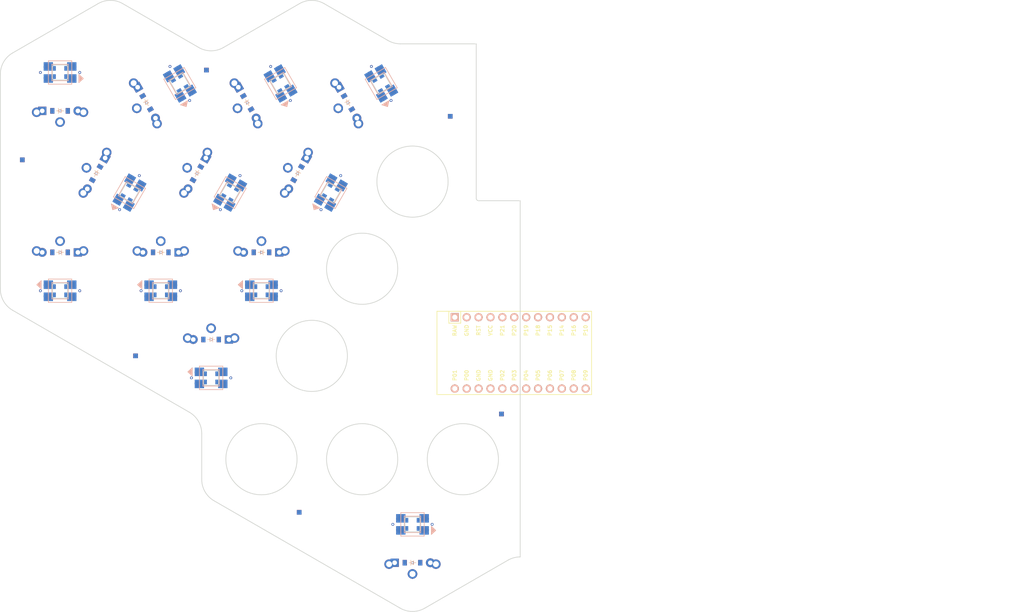
<source format=kicad_pcb>

            
(kicad_pcb (version 20171130) (host pcbnew 5.1.6)

  (page A3)
  (title_block
    (title mantis_reversible_split)
    (rev v1.0.0)
    (company Unknown)
  )

  (general
    (thickness 1.6)
  )

  (layers
    (0 F.Cu signal)
    (31 B.Cu signal)
    (32 B.Adhes user)
    (33 F.Adhes user)
    (34 B.Paste user)
    (35 F.Paste user)
    (36 B.SilkS user)
    (37 F.SilkS user)
    (38 B.Mask user)
    (39 F.Mask user)
    (40 Dwgs.User user)
    (41 Cmts.User user)
    (42 Eco1.User user)
    (43 Eco2.User user)
    (44 Edge.Cuts user)
    (45 Margin user)
    (46 B.CrtYd user)
    (47 F.CrtYd user)
    (48 B.Fab user)
    (49 F.Fab user)
  )

  (setup
    (last_trace_width 0.25)
    (trace_clearance 0.2)
    (zone_clearance 0.508)
    (zone_45_only no)
    (trace_min 0.2)
    (via_size 0.8)
    (via_drill 0.4)
    (via_min_size 0.4)
    (via_min_drill 0.3)
    (uvia_size 0.3)
    (uvia_drill 0.1)
    (uvias_allowed no)
    (uvia_min_size 0.2)
    (uvia_min_drill 0.1)
    (edge_width 0.05)
    (segment_width 0.2)
    (pcb_text_width 0.3)
    (pcb_text_size 1.5 1.5)
    (mod_edge_width 0.12)
    (mod_text_size 1 1)
    (mod_text_width 0.15)
    (pad_size 1.524 1.524)
    (pad_drill 0.762)
    (pad_to_mask_clearance 0.05)
    (aux_axis_origin 0 0)
    (visible_elements FFFFFF7F)
    (pcbplotparams
      (layerselection 0x010fc_ffffffff)
      (usegerberextensions false)
      (usegerberattributes true)
      (usegerberadvancedattributes true)
      (creategerberjobfile true)
      (excludeedgelayer true)
      (linewidth 0.100000)
      (plotframeref false)
      (viasonmask false)
      (mode 1)
      (useauxorigin false)
      (hpglpennumber 1)
      (hpglpenspeed 20)
      (hpglpendiameter 15.000000)
      (psnegative false)
      (psa4output false)
      (plotreference true)
      (plotvalue true)
      (plotinvisibletext false)
      (padsonsilk false)
      (subtractmaskfromsilk false)
      (outputformat 1)
      (mirror false)
      (drillshape 1)
      (scaleselection 1)
      (outputdirectory ""))
  )

            (net 0 "")
(net 1 "C1")
(net 2 "c1_r3")
(net 3 "C2")
(net 4 "c2_r3")
(net 5 "C3")
(net 6 "c3_r3")
(net 7 "c1_r2")
(net 8 "c2_r2")
(net 9 "c3_r2")
(net 10 "c1_r1")
(net 11 "c2_r1")
(net 12 "c3_r1")
(net 13 "c1_rt")
(net 14 "c2_rt")
(net 15 "c3_rt")
(net 16 "R3")
(net 17 "R2")
(net 18 "R1")
(net 19 "RT")
(net 20 "di_c1_r3")
(net 21 "do_c1_r3")
(net 22 "VCC")
(net 23 "GND")
(net 24 "di_c2_r3")
(net 25 "do_c2_r3")
(net 26 "di_c3_r3")
(net 27 "do_c3_r3")
(net 28 "di_c1_r2")
(net 29 "do_c1_r2")
(net 30 "di_c2_r2")
(net 31 "do_c2_r2")
(net 32 "di_c3_r2")
(net 33 "do_c3_r2")
(net 34 "di_c1_r1")
(net 35 "do_c1_r1")
(net 36 "di_c2_r1")
(net 37 "do_c2_r1")
(net 38 "di_c3_r1")
(net 39 "do_c3_r1")
(net 40 "di_c1_rt")
(net 41 "do_c1_rt")
(net 42 "di_c2_rt")
(net 43 "do_c2_rt")
(net 44 "di_c3_rt")
(net 45 "do_c3_rt")
(net 46 "RAW")
(net 47 "RST")
(net 48 "P21")
(net 49 "P20")
(net 50 "P19")
(net 51 "P18")
(net 52 "P15")
(net 53 "P14")
(net 54 "P16")
(net 55 "P10")
            
  (net_class Default "This is the default net class."
    (clearance 0.2)
    (trace_width 0.25)
    (via_dia 0.8)
    (via_drill 0.4)
    (uvia_dia 0.3)
    (uvia_drill 0.1)
    (add_net "")
(add_net "C1")
(add_net "c1_r3")
(add_net "C2")
(add_net "c2_r3")
(add_net "C3")
(add_net "c3_r3")
(add_net "c1_r2")
(add_net "c2_r2")
(add_net "c3_r2")
(add_net "c1_r1")
(add_net "c2_r1")
(add_net "c3_r1")
(add_net "c1_rt")
(add_net "c2_rt")
(add_net "c3_rt")
(add_net "R3")
(add_net "R2")
(add_net "R1")
(add_net "RT")
(add_net "di_c1_r3")
(add_net "do_c1_r3")
(add_net "VCC")
(add_net "GND")
(add_net "di_c2_r3")
(add_net "do_c2_r3")
(add_net "di_c3_r3")
(add_net "do_c3_r3")
(add_net "di_c1_r2")
(add_net "do_c1_r2")
(add_net "di_c2_r2")
(add_net "do_c2_r2")
(add_net "di_c3_r2")
(add_net "do_c3_r2")
(add_net "di_c1_r1")
(add_net "do_c1_r1")
(add_net "di_c2_r1")
(add_net "do_c2_r1")
(add_net "di_c3_r1")
(add_net "do_c3_r1")
(add_net "di_c1_rt")
(add_net "do_c1_rt")
(add_net "di_c2_rt")
(add_net "do_c2_rt")
(add_net "di_c3_rt")
(add_net "do_c3_rt")
(add_net "RAW")
(add_net "RST")
(add_net "P21")
(add_net "P20")
(add_net "P19")
(add_net "P18")
(add_net "P15")
(add_net "P14")
(add_net "P16")
(add_net "P10")
  )

            
        
      (module PG1350 (layer F.Cu) (tedit 5DD50112)
      (at 177.25 71.13999999999999 120)

      
      (fp_text reference "S1" (at 0 0) (layer F.SilkS) hide (effects (font (size 1.27 1.27) (thickness 0.15))))
      (fp_text value "" (at 0 0) (layer F.SilkS) hide (effects (font (size 1.27 1.27) (thickness 0.15))))

      
      (fp_line (start -7 -6) (end -7 -7) (layer Dwgs.User) (width 0.15))
      (fp_line (start -7 7) (end -6 7) (layer Dwgs.User) (width 0.15))
      (fp_line (start -6 -7) (end -7 -7) (layer Dwgs.User) (width 0.15))
      (fp_line (start -7 7) (end -7 6) (layer Dwgs.User) (width 0.15))
      (fp_line (start 7 6) (end 7 7) (layer Dwgs.User) (width 0.15))
      (fp_line (start 7 -7) (end 6 -7) (layer Dwgs.User) (width 0.15))
      (fp_line (start 6 7) (end 7 7) (layer Dwgs.User) (width 0.15))
      (fp_line (start 7 -7) (end 7 -6) (layer Dwgs.User) (width 0.15))      
      
      
      (pad "" np_thru_hole circle (at 0 0) (size 3.429 3.429) (drill 3.429) (layers *.Cu *.Mask))
        
      
      (pad "" np_thru_hole circle (at 5.5 0) (size 1.7018 1.7018) (drill 1.7018) (layers *.Cu *.Mask))
      (pad "" np_thru_hole circle (at -5.5 0) (size 1.7018 1.7018) (drill 1.7018) (layers *.Cu *.Mask))
      
        
        
            
            (pad 1 thru_hole circle (at 5 -3.8) (size 2.032 2.032) (drill 1.27) (layers *.Cu *.Mask) (net 1 "C1"))
            (pad 2 thru_hole circle (at 0 -5.9) (size 2.032 2.032) (drill 1.27) (layers *.Cu *.Mask) (net 2 "c1_r3"))
          
        
            
            (pad 1 thru_hole circle (at -5 -3.8) (size 2.032 2.032) (drill 1.27) (layers *.Cu *.Mask) (net 1 "C1"))
            (pad 2 thru_hole circle (at -0 -5.9) (size 2.032 2.032) (drill 1.27) (layers *.Cu *.Mask) (net 2 "c1_r3"))
          )
        

        
      (module PG1350 (layer F.Cu) (tedit 5DD50112)
      (at 198.75 71.13999999999999 120)

      
      (fp_text reference "S2" (at 0 0) (layer F.SilkS) hide (effects (font (size 1.27 1.27) (thickness 0.15))))
      (fp_text value "" (at 0 0) (layer F.SilkS) hide (effects (font (size 1.27 1.27) (thickness 0.15))))

      
      (fp_line (start -7 -6) (end -7 -7) (layer Dwgs.User) (width 0.15))
      (fp_line (start -7 7) (end -6 7) (layer Dwgs.User) (width 0.15))
      (fp_line (start -6 -7) (end -7 -7) (layer Dwgs.User) (width 0.15))
      (fp_line (start -7 7) (end -7 6) (layer Dwgs.User) (width 0.15))
      (fp_line (start 7 6) (end 7 7) (layer Dwgs.User) (width 0.15))
      (fp_line (start 7 -7) (end 6 -7) (layer Dwgs.User) (width 0.15))
      (fp_line (start 6 7) (end 7 7) (layer Dwgs.User) (width 0.15))
      (fp_line (start 7 -7) (end 7 -6) (layer Dwgs.User) (width 0.15))      
      
      
      (pad "" np_thru_hole circle (at 0 0) (size 3.429 3.429) (drill 3.429) (layers *.Cu *.Mask))
        
      
      (pad "" np_thru_hole circle (at 5.5 0) (size 1.7018 1.7018) (drill 1.7018) (layers *.Cu *.Mask))
      (pad "" np_thru_hole circle (at -5.5 0) (size 1.7018 1.7018) (drill 1.7018) (layers *.Cu *.Mask))
      
        
        
            
            (pad 1 thru_hole circle (at 5 -3.8) (size 2.032 2.032) (drill 1.27) (layers *.Cu *.Mask) (net 3 "C2"))
            (pad 2 thru_hole circle (at 0 -5.9) (size 2.032 2.032) (drill 1.27) (layers *.Cu *.Mask) (net 4 "c2_r3"))
          
        
            
            (pad 1 thru_hole circle (at -5 -3.8) (size 2.032 2.032) (drill 1.27) (layers *.Cu *.Mask) (net 3 "C2"))
            (pad 2 thru_hole circle (at -0 -5.9) (size 2.032 2.032) (drill 1.27) (layers *.Cu *.Mask) (net 4 "c2_r3"))
          )
        

        
      (module PG1350 (layer F.Cu) (tedit 5DD50112)
      (at 220.25 71.13999999999999 120)

      
      (fp_text reference "S3" (at 0 0) (layer F.SilkS) hide (effects (font (size 1.27 1.27) (thickness 0.15))))
      (fp_text value "" (at 0 0) (layer F.SilkS) hide (effects (font (size 1.27 1.27) (thickness 0.15))))

      
      (fp_line (start -7 -6) (end -7 -7) (layer Dwgs.User) (width 0.15))
      (fp_line (start -7 7) (end -6 7) (layer Dwgs.User) (width 0.15))
      (fp_line (start -6 -7) (end -7 -7) (layer Dwgs.User) (width 0.15))
      (fp_line (start -7 7) (end -7 6) (layer Dwgs.User) (width 0.15))
      (fp_line (start 7 6) (end 7 7) (layer Dwgs.User) (width 0.15))
      (fp_line (start 7 -7) (end 6 -7) (layer Dwgs.User) (width 0.15))
      (fp_line (start 6 7) (end 7 7) (layer Dwgs.User) (width 0.15))
      (fp_line (start 7 -7) (end 7 -6) (layer Dwgs.User) (width 0.15))      
      
      
      (pad "" np_thru_hole circle (at 0 0) (size 3.429 3.429) (drill 3.429) (layers *.Cu *.Mask))
        
      
      (pad "" np_thru_hole circle (at 5.5 0) (size 1.7018 1.7018) (drill 1.7018) (layers *.Cu *.Mask))
      (pad "" np_thru_hole circle (at -5.5 0) (size 1.7018 1.7018) (drill 1.7018) (layers *.Cu *.Mask))
      
        
        
            
            (pad 1 thru_hole circle (at 5 -3.8) (size 2.032 2.032) (drill 1.27) (layers *.Cu *.Mask) (net 5 "C3"))
            (pad 2 thru_hole circle (at 0 -5.9) (size 2.032 2.032) (drill 1.27) (layers *.Cu *.Mask) (net 6 "c3_r3"))
          
        
            
            (pad 1 thru_hole circle (at -5 -3.8) (size 2.032 2.032) (drill 1.27) (layers *.Cu *.Mask) (net 5 "C3"))
            (pad 2 thru_hole circle (at -0 -5.9) (size 2.032 2.032) (drill 1.27) (layers *.Cu *.Mask) (net 6 "c3_r3"))
          )
        

        
      (module PG1350 (layer F.Cu) (tedit 5DD50112)
      (at 166.5 89.75999999999999 60)

      
      (fp_text reference "S4" (at 0 0) (layer F.SilkS) hide (effects (font (size 1.27 1.27) (thickness 0.15))))
      (fp_text value "" (at 0 0) (layer F.SilkS) hide (effects (font (size 1.27 1.27) (thickness 0.15))))

      
      (fp_line (start -7 -6) (end -7 -7) (layer Dwgs.User) (width 0.15))
      (fp_line (start -7 7) (end -6 7) (layer Dwgs.User) (width 0.15))
      (fp_line (start -6 -7) (end -7 -7) (layer Dwgs.User) (width 0.15))
      (fp_line (start -7 7) (end -7 6) (layer Dwgs.User) (width 0.15))
      (fp_line (start 7 6) (end 7 7) (layer Dwgs.User) (width 0.15))
      (fp_line (start 7 -7) (end 6 -7) (layer Dwgs.User) (width 0.15))
      (fp_line (start 6 7) (end 7 7) (layer Dwgs.User) (width 0.15))
      (fp_line (start 7 -7) (end 7 -6) (layer Dwgs.User) (width 0.15))      
      
      
      (pad "" np_thru_hole circle (at 0 0) (size 3.429 3.429) (drill 3.429) (layers *.Cu *.Mask))
        
      
      (pad "" np_thru_hole circle (at 5.5 0) (size 1.7018 1.7018) (drill 1.7018) (layers *.Cu *.Mask))
      (pad "" np_thru_hole circle (at -5.5 0) (size 1.7018 1.7018) (drill 1.7018) (layers *.Cu *.Mask))
      
        
        
            
            (pad 1 thru_hole circle (at 5 -3.8) (size 2.032 2.032) (drill 1.27) (layers *.Cu *.Mask) (net 1 "C1"))
            (pad 2 thru_hole circle (at 0 -5.9) (size 2.032 2.032) (drill 1.27) (layers *.Cu *.Mask) (net 7 "c1_r2"))
          
        
            
            (pad 1 thru_hole circle (at -5 -3.8) (size 2.032 2.032) (drill 1.27) (layers *.Cu *.Mask) (net 1 "C1"))
            (pad 2 thru_hole circle (at -0 -5.9) (size 2.032 2.032) (drill 1.27) (layers *.Cu *.Mask) (net 7 "c1_r2"))
          )
        

        
      (module PG1350 (layer F.Cu) (tedit 5DD50112)
      (at 188 89.75999999999999 60)

      
      (fp_text reference "S5" (at 0 0) (layer F.SilkS) hide (effects (font (size 1.27 1.27) (thickness 0.15))))
      (fp_text value "" (at 0 0) (layer F.SilkS) hide (effects (font (size 1.27 1.27) (thickness 0.15))))

      
      (fp_line (start -7 -6) (end -7 -7) (layer Dwgs.User) (width 0.15))
      (fp_line (start -7 7) (end -6 7) (layer Dwgs.User) (width 0.15))
      (fp_line (start -6 -7) (end -7 -7) (layer Dwgs.User) (width 0.15))
      (fp_line (start -7 7) (end -7 6) (layer Dwgs.User) (width 0.15))
      (fp_line (start 7 6) (end 7 7) (layer Dwgs.User) (width 0.15))
      (fp_line (start 7 -7) (end 6 -7) (layer Dwgs.User) (width 0.15))
      (fp_line (start 6 7) (end 7 7) (layer Dwgs.User) (width 0.15))
      (fp_line (start 7 -7) (end 7 -6) (layer Dwgs.User) (width 0.15))      
      
      
      (pad "" np_thru_hole circle (at 0 0) (size 3.429 3.429) (drill 3.429) (layers *.Cu *.Mask))
        
      
      (pad "" np_thru_hole circle (at 5.5 0) (size 1.7018 1.7018) (drill 1.7018) (layers *.Cu *.Mask))
      (pad "" np_thru_hole circle (at -5.5 0) (size 1.7018 1.7018) (drill 1.7018) (layers *.Cu *.Mask))
      
        
        
            
            (pad 1 thru_hole circle (at 5 -3.8) (size 2.032 2.032) (drill 1.27) (layers *.Cu *.Mask) (net 3 "C2"))
            (pad 2 thru_hole circle (at 0 -5.9) (size 2.032 2.032) (drill 1.27) (layers *.Cu *.Mask) (net 8 "c2_r2"))
          
        
            
            (pad 1 thru_hole circle (at -5 -3.8) (size 2.032 2.032) (drill 1.27) (layers *.Cu *.Mask) (net 3 "C2"))
            (pad 2 thru_hole circle (at -0 -5.9) (size 2.032 2.032) (drill 1.27) (layers *.Cu *.Mask) (net 8 "c2_r2"))
          )
        

        
      (module PG1350 (layer F.Cu) (tedit 5DD50112)
      (at 209.5 89.75999999999999 60)

      
      (fp_text reference "S6" (at 0 0) (layer F.SilkS) hide (effects (font (size 1.27 1.27) (thickness 0.15))))
      (fp_text value "" (at 0 0) (layer F.SilkS) hide (effects (font (size 1.27 1.27) (thickness 0.15))))

      
      (fp_line (start -7 -6) (end -7 -7) (layer Dwgs.User) (width 0.15))
      (fp_line (start -7 7) (end -6 7) (layer Dwgs.User) (width 0.15))
      (fp_line (start -6 -7) (end -7 -7) (layer Dwgs.User) (width 0.15))
      (fp_line (start -7 7) (end -7 6) (layer Dwgs.User) (width 0.15))
      (fp_line (start 7 6) (end 7 7) (layer Dwgs.User) (width 0.15))
      (fp_line (start 7 -7) (end 6 -7) (layer Dwgs.User) (width 0.15))
      (fp_line (start 6 7) (end 7 7) (layer Dwgs.User) (width 0.15))
      (fp_line (start 7 -7) (end 7 -6) (layer Dwgs.User) (width 0.15))      
      
      
      (pad "" np_thru_hole circle (at 0 0) (size 3.429 3.429) (drill 3.429) (layers *.Cu *.Mask))
        
      
      (pad "" np_thru_hole circle (at 5.5 0) (size 1.7018 1.7018) (drill 1.7018) (layers *.Cu *.Mask))
      (pad "" np_thru_hole circle (at -5.5 0) (size 1.7018 1.7018) (drill 1.7018) (layers *.Cu *.Mask))
      
        
        
            
            (pad 1 thru_hole circle (at 5 -3.8) (size 2.032 2.032) (drill 1.27) (layers *.Cu *.Mask) (net 5 "C3"))
            (pad 2 thru_hole circle (at 0 -5.9) (size 2.032 2.032) (drill 1.27) (layers *.Cu *.Mask) (net 9 "c3_r2"))
          
        
            
            (pad 1 thru_hole circle (at -5 -3.8) (size 2.032 2.032) (drill 1.27) (layers *.Cu *.Mask) (net 5 "C3"))
            (pad 2 thru_hole circle (at -0 -5.9) (size 2.032 2.032) (drill 1.27) (layers *.Cu *.Mask) (net 9 "c3_r2"))
          )
        

        
      (module PG1350 (layer F.Cu) (tedit 5DD50112)
      (at 155.75 108.38 360)

      
      (fp_text reference "S7" (at 0 0) (layer F.SilkS) hide (effects (font (size 1.27 1.27) (thickness 0.15))))
      (fp_text value "" (at 0 0) (layer F.SilkS) hide (effects (font (size 1.27 1.27) (thickness 0.15))))

      
      (fp_line (start -7 -6) (end -7 -7) (layer Dwgs.User) (width 0.15))
      (fp_line (start -7 7) (end -6 7) (layer Dwgs.User) (width 0.15))
      (fp_line (start -6 -7) (end -7 -7) (layer Dwgs.User) (width 0.15))
      (fp_line (start -7 7) (end -7 6) (layer Dwgs.User) (width 0.15))
      (fp_line (start 7 6) (end 7 7) (layer Dwgs.User) (width 0.15))
      (fp_line (start 7 -7) (end 6 -7) (layer Dwgs.User) (width 0.15))
      (fp_line (start 6 7) (end 7 7) (layer Dwgs.User) (width 0.15))
      (fp_line (start 7 -7) (end 7 -6) (layer Dwgs.User) (width 0.15))      
      
      
      (pad "" np_thru_hole circle (at 0 0) (size 3.429 3.429) (drill 3.429) (layers *.Cu *.Mask))
        
      
      (pad "" np_thru_hole circle (at 5.5 0) (size 1.7018 1.7018) (drill 1.7018) (layers *.Cu *.Mask))
      (pad "" np_thru_hole circle (at -5.5 0) (size 1.7018 1.7018) (drill 1.7018) (layers *.Cu *.Mask))
      
        
        
            
            (pad 1 thru_hole circle (at 5 -3.8) (size 2.032 2.032) (drill 1.27) (layers *.Cu *.Mask) (net 1 "C1"))
            (pad 2 thru_hole circle (at 0 -5.9) (size 2.032 2.032) (drill 1.27) (layers *.Cu *.Mask) (net 10 "c1_r1"))
          
        
            
            (pad 1 thru_hole circle (at -5 -3.8) (size 2.032 2.032) (drill 1.27) (layers *.Cu *.Mask) (net 1 "C1"))
            (pad 2 thru_hole circle (at -0 -5.9) (size 2.032 2.032) (drill 1.27) (layers *.Cu *.Mask) (net 10 "c1_r1"))
          )
        

        
      (module PG1350 (layer F.Cu) (tedit 5DD50112)
      (at 177.25 108.38 360)

      
      (fp_text reference "S8" (at 0 0) (layer F.SilkS) hide (effects (font (size 1.27 1.27) (thickness 0.15))))
      (fp_text value "" (at 0 0) (layer F.SilkS) hide (effects (font (size 1.27 1.27) (thickness 0.15))))

      
      (fp_line (start -7 -6) (end -7 -7) (layer Dwgs.User) (width 0.15))
      (fp_line (start -7 7) (end -6 7) (layer Dwgs.User) (width 0.15))
      (fp_line (start -6 -7) (end -7 -7) (layer Dwgs.User) (width 0.15))
      (fp_line (start -7 7) (end -7 6) (layer Dwgs.User) (width 0.15))
      (fp_line (start 7 6) (end 7 7) (layer Dwgs.User) (width 0.15))
      (fp_line (start 7 -7) (end 6 -7) (layer Dwgs.User) (width 0.15))
      (fp_line (start 6 7) (end 7 7) (layer Dwgs.User) (width 0.15))
      (fp_line (start 7 -7) (end 7 -6) (layer Dwgs.User) (width 0.15))      
      
      
      (pad "" np_thru_hole circle (at 0 0) (size 3.429 3.429) (drill 3.429) (layers *.Cu *.Mask))
        
      
      (pad "" np_thru_hole circle (at 5.5 0) (size 1.7018 1.7018) (drill 1.7018) (layers *.Cu *.Mask))
      (pad "" np_thru_hole circle (at -5.5 0) (size 1.7018 1.7018) (drill 1.7018) (layers *.Cu *.Mask))
      
        
        
            
            (pad 1 thru_hole circle (at 5 -3.8) (size 2.032 2.032) (drill 1.27) (layers *.Cu *.Mask) (net 3 "C2"))
            (pad 2 thru_hole circle (at 0 -5.9) (size 2.032 2.032) (drill 1.27) (layers *.Cu *.Mask) (net 11 "c2_r1"))
          
        
            
            (pad 1 thru_hole circle (at -5 -3.8) (size 2.032 2.032) (drill 1.27) (layers *.Cu *.Mask) (net 3 "C2"))
            (pad 2 thru_hole circle (at -0 -5.9) (size 2.032 2.032) (drill 1.27) (layers *.Cu *.Mask) (net 11 "c2_r1"))
          )
        

        
      (module PG1350 (layer F.Cu) (tedit 5DD50112)
      (at 198.75 108.38 360)

      
      (fp_text reference "S9" (at 0 0) (layer F.SilkS) hide (effects (font (size 1.27 1.27) (thickness 0.15))))
      (fp_text value "" (at 0 0) (layer F.SilkS) hide (effects (font (size 1.27 1.27) (thickness 0.15))))

      
      (fp_line (start -7 -6) (end -7 -7) (layer Dwgs.User) (width 0.15))
      (fp_line (start -7 7) (end -6 7) (layer Dwgs.User) (width 0.15))
      (fp_line (start -6 -7) (end -7 -7) (layer Dwgs.User) (width 0.15))
      (fp_line (start -7 7) (end -7 6) (layer Dwgs.User) (width 0.15))
      (fp_line (start 7 6) (end 7 7) (layer Dwgs.User) (width 0.15))
      (fp_line (start 7 -7) (end 6 -7) (layer Dwgs.User) (width 0.15))
      (fp_line (start 6 7) (end 7 7) (layer Dwgs.User) (width 0.15))
      (fp_line (start 7 -7) (end 7 -6) (layer Dwgs.User) (width 0.15))      
      
      
      (pad "" np_thru_hole circle (at 0 0) (size 3.429 3.429) (drill 3.429) (layers *.Cu *.Mask))
        
      
      (pad "" np_thru_hole circle (at 5.5 0) (size 1.7018 1.7018) (drill 1.7018) (layers *.Cu *.Mask))
      (pad "" np_thru_hole circle (at -5.5 0) (size 1.7018 1.7018) (drill 1.7018) (layers *.Cu *.Mask))
      
        
        
            
            (pad 1 thru_hole circle (at 5 -3.8) (size 2.032 2.032) (drill 1.27) (layers *.Cu *.Mask) (net 5 "C3"))
            (pad 2 thru_hole circle (at 0 -5.9) (size 2.032 2.032) (drill 1.27) (layers *.Cu *.Mask) (net 12 "c3_r1"))
          
        
            
            (pad 1 thru_hole circle (at -5 -3.8) (size 2.032 2.032) (drill 1.27) (layers *.Cu *.Mask) (net 5 "C3"))
            (pad 2 thru_hole circle (at -0 -5.9) (size 2.032 2.032) (drill 1.27) (layers *.Cu *.Mask) (net 12 "c3_r1"))
          )
        

        
      (module PG1350 (layer F.Cu) (tedit 5DD50112)
      (at 155.75 71.14 180)

      
      (fp_text reference "S10" (at 0 0) (layer F.SilkS) hide (effects (font (size 1.27 1.27) (thickness 0.15))))
      (fp_text value "" (at 0 0) (layer F.SilkS) hide (effects (font (size 1.27 1.27) (thickness 0.15))))

      
      (fp_line (start -7 -6) (end -7 -7) (layer Dwgs.User) (width 0.15))
      (fp_line (start -7 7) (end -6 7) (layer Dwgs.User) (width 0.15))
      (fp_line (start -6 -7) (end -7 -7) (layer Dwgs.User) (width 0.15))
      (fp_line (start -7 7) (end -7 6) (layer Dwgs.User) (width 0.15))
      (fp_line (start 7 6) (end 7 7) (layer Dwgs.User) (width 0.15))
      (fp_line (start 7 -7) (end 6 -7) (layer Dwgs.User) (width 0.15))
      (fp_line (start 6 7) (end 7 7) (layer Dwgs.User) (width 0.15))
      (fp_line (start 7 -7) (end 7 -6) (layer Dwgs.User) (width 0.15))      
      
      
      (pad "" np_thru_hole circle (at 0 0) (size 3.429 3.429) (drill 3.429) (layers *.Cu *.Mask))
        
      
      (pad "" np_thru_hole circle (at 5.5 0) (size 1.7018 1.7018) (drill 1.7018) (layers *.Cu *.Mask))
      (pad "" np_thru_hole circle (at -5.5 0) (size 1.7018 1.7018) (drill 1.7018) (layers *.Cu *.Mask))
      
        
        
            
            (pad 1 thru_hole circle (at 5 -3.8) (size 2.032 2.032) (drill 1.27) (layers *.Cu *.Mask) (net 1 "C1"))
            (pad 2 thru_hole circle (at 0 -5.9) (size 2.032 2.032) (drill 1.27) (layers *.Cu *.Mask) (net 13 "c1_rt"))
          
        
            
            (pad 1 thru_hole circle (at -5 -3.8) (size 2.032 2.032) (drill 1.27) (layers *.Cu *.Mask) (net 1 "C1"))
            (pad 2 thru_hole circle (at -0 -5.9) (size 2.032 2.032) (drill 1.27) (layers *.Cu *.Mask) (net 13 "c1_rt"))
          )
        

        
      (module PG1350 (layer F.Cu) (tedit 5DD50112)
      (at 188 127 360)

      
      (fp_text reference "S11" (at 0 0) (layer F.SilkS) hide (effects (font (size 1.27 1.27) (thickness 0.15))))
      (fp_text value "" (at 0 0) (layer F.SilkS) hide (effects (font (size 1.27 1.27) (thickness 0.15))))

      
      (fp_line (start -7 -6) (end -7 -7) (layer Dwgs.User) (width 0.15))
      (fp_line (start -7 7) (end -6 7) (layer Dwgs.User) (width 0.15))
      (fp_line (start -6 -7) (end -7 -7) (layer Dwgs.User) (width 0.15))
      (fp_line (start -7 7) (end -7 6) (layer Dwgs.User) (width 0.15))
      (fp_line (start 7 6) (end 7 7) (layer Dwgs.User) (width 0.15))
      (fp_line (start 7 -7) (end 6 -7) (layer Dwgs.User) (width 0.15))
      (fp_line (start 6 7) (end 7 7) (layer Dwgs.User) (width 0.15))
      (fp_line (start 7 -7) (end 7 -6) (layer Dwgs.User) (width 0.15))      
      
      
      (pad "" np_thru_hole circle (at 0 0) (size 3.429 3.429) (drill 3.429) (layers *.Cu *.Mask))
        
      
      (pad "" np_thru_hole circle (at 5.5 0) (size 1.7018 1.7018) (drill 1.7018) (layers *.Cu *.Mask))
      (pad "" np_thru_hole circle (at -5.5 0) (size 1.7018 1.7018) (drill 1.7018) (layers *.Cu *.Mask))
      
        
        
            
            (pad 1 thru_hole circle (at 5 -3.8) (size 2.032 2.032) (drill 1.27) (layers *.Cu *.Mask) (net 3 "C2"))
            (pad 2 thru_hole circle (at 0 -5.9) (size 2.032 2.032) (drill 1.27) (layers *.Cu *.Mask) (net 14 "c2_rt"))
          
        
            
            (pad 1 thru_hole circle (at -5 -3.8) (size 2.032 2.032) (drill 1.27) (layers *.Cu *.Mask) (net 3 "C2"))
            (pad 2 thru_hole circle (at -0 -5.9) (size 2.032 2.032) (drill 1.27) (layers *.Cu *.Mask) (net 14 "c2_rt"))
          )
        

        
      (module PG1350 (layer F.Cu) (tedit 5DD50112)
      (at 231 167.70409999999998 180)

      
      (fp_text reference "S12" (at 0 0) (layer F.SilkS) hide (effects (font (size 1.27 1.27) (thickness 0.15))))
      (fp_text value "" (at 0 0) (layer F.SilkS) hide (effects (font (size 1.27 1.27) (thickness 0.15))))

      
      (fp_line (start -7 -6) (end -7 -7) (layer Dwgs.User) (width 0.15))
      (fp_line (start -7 7) (end -6 7) (layer Dwgs.User) (width 0.15))
      (fp_line (start -6 -7) (end -7 -7) (layer Dwgs.User) (width 0.15))
      (fp_line (start -7 7) (end -7 6) (layer Dwgs.User) (width 0.15))
      (fp_line (start 7 6) (end 7 7) (layer Dwgs.User) (width 0.15))
      (fp_line (start 7 -7) (end 6 -7) (layer Dwgs.User) (width 0.15))
      (fp_line (start 6 7) (end 7 7) (layer Dwgs.User) (width 0.15))
      (fp_line (start 7 -7) (end 7 -6) (layer Dwgs.User) (width 0.15))      
      
      
      (pad "" np_thru_hole circle (at 0 0) (size 3.429 3.429) (drill 3.429) (layers *.Cu *.Mask))
        
      
      (pad "" np_thru_hole circle (at 5.5 0) (size 1.7018 1.7018) (drill 1.7018) (layers *.Cu *.Mask))
      (pad "" np_thru_hole circle (at -5.5 0) (size 1.7018 1.7018) (drill 1.7018) (layers *.Cu *.Mask))
      
        
        
            
            (pad 1 thru_hole circle (at 5 -3.8) (size 2.032 2.032) (drill 1.27) (layers *.Cu *.Mask) (net 5 "C3"))
            (pad 2 thru_hole circle (at 0 -5.9) (size 2.032 2.032) (drill 1.27) (layers *.Cu *.Mask) (net 15 "c3_rt"))
          
        
            
            (pad 1 thru_hole circle (at -5 -3.8) (size 2.032 2.032) (drill 1.27) (layers *.Cu *.Mask) (net 5 "C3"))
            (pad 2 thru_hole circle (at -0 -5.9) (size 2.032 2.032) (drill 1.27) (layers *.Cu *.Mask) (net 15 "c3_rt"))
          )
        

  
    (module ComboDiode (layer F.Cu) (tedit 5B24D78E)


        (at 174.2189111 72.88999999999999 -60)

        
        (fp_text reference "D1" (at 0 0) (layer F.SilkS) hide (effects (font (size 1.27 1.27) (thickness 0.15))))
        (fp_text value "" (at 0 0) (layer F.SilkS) hide (effects (font (size 1.27 1.27) (thickness 0.15))))
        
        
        (fp_line (start 0.25 0) (end 0.75 0) (layer F.SilkS) (width 0.1))
        (fp_line (start 0.25 0.4) (end -0.35 0) (layer F.SilkS) (width 0.1))
        (fp_line (start 0.25 -0.4) (end 0.25 0.4) (layer F.SilkS) (width 0.1))
        (fp_line (start -0.35 0) (end 0.25 -0.4) (layer F.SilkS) (width 0.1))
        (fp_line (start -0.35 0) (end -0.35 0.55) (layer F.SilkS) (width 0.1))
        (fp_line (start -0.35 0) (end -0.35 -0.55) (layer F.SilkS) (width 0.1))
        (fp_line (start -0.75 0) (end -0.35 0) (layer F.SilkS) (width 0.1))
        (fp_line (start 0.25 0) (end 0.75 0) (layer B.SilkS) (width 0.1))
        (fp_line (start 0.25 0.4) (end -0.35 0) (layer B.SilkS) (width 0.1))
        (fp_line (start 0.25 -0.4) (end 0.25 0.4) (layer B.SilkS) (width 0.1))
        (fp_line (start -0.35 0) (end 0.25 -0.4) (layer B.SilkS) (width 0.1))
        (fp_line (start -0.35 0) (end -0.35 0.55) (layer B.SilkS) (width 0.1))
        (fp_line (start -0.35 0) (end -0.35 -0.55) (layer B.SilkS) (width 0.1))
        (fp_line (start -0.75 0) (end -0.35 0) (layer B.SilkS) (width 0.1))
    
        
        (pad 1 smd rect (at -1.65 0 -60) (size 0.9 1.2) (layers F.Cu F.Paste F.Mask) (net 16 "R3"))
        (pad 2 smd rect (at 1.65 0 -60) (size 0.9 1.2) (layers B.Cu B.Paste B.Mask) (net 2 "c1_r3"))
        (pad 1 smd rect (at -1.65 0 -60) (size 0.9 1.2) (layers B.Cu B.Paste B.Mask) (net 16 "R3"))
        (pad 2 smd rect (at 1.65 0 -60) (size 0.9 1.2) (layers F.Cu F.Paste F.Mask) (net 2 "c1_r3"))
        
        
        (pad 1 thru_hole rect (at -3.81 0 -60) (size 1.778 1.778) (drill 0.9906) (layers *.Cu *.Mask) (net 16 "R3"))
        (pad 2 thru_hole circle (at 3.81 0 -60) (size 1.905 1.905) (drill 0.9906) (layers *.Cu *.Mask) (net 2 "c1_r3"))
    )
  
    

  
    (module ComboDiode (layer F.Cu) (tedit 5B24D78E)


        (at 195.7189111 72.88999999999999 -60)

        
        (fp_text reference "D2" (at 0 0) (layer F.SilkS) hide (effects (font (size 1.27 1.27) (thickness 0.15))))
        (fp_text value "" (at 0 0) (layer F.SilkS) hide (effects (font (size 1.27 1.27) (thickness 0.15))))
        
        
        (fp_line (start 0.25 0) (end 0.75 0) (layer F.SilkS) (width 0.1))
        (fp_line (start 0.25 0.4) (end -0.35 0) (layer F.SilkS) (width 0.1))
        (fp_line (start 0.25 -0.4) (end 0.25 0.4) (layer F.SilkS) (width 0.1))
        (fp_line (start -0.35 0) (end 0.25 -0.4) (layer F.SilkS) (width 0.1))
        (fp_line (start -0.35 0) (end -0.35 0.55) (layer F.SilkS) (width 0.1))
        (fp_line (start -0.35 0) (end -0.35 -0.55) (layer F.SilkS) (width 0.1))
        (fp_line (start -0.75 0) (end -0.35 0) (layer F.SilkS) (width 0.1))
        (fp_line (start 0.25 0) (end 0.75 0) (layer B.SilkS) (width 0.1))
        (fp_line (start 0.25 0.4) (end -0.35 0) (layer B.SilkS) (width 0.1))
        (fp_line (start 0.25 -0.4) (end 0.25 0.4) (layer B.SilkS) (width 0.1))
        (fp_line (start -0.35 0) (end 0.25 -0.4) (layer B.SilkS) (width 0.1))
        (fp_line (start -0.35 0) (end -0.35 0.55) (layer B.SilkS) (width 0.1))
        (fp_line (start -0.35 0) (end -0.35 -0.55) (layer B.SilkS) (width 0.1))
        (fp_line (start -0.75 0) (end -0.35 0) (layer B.SilkS) (width 0.1))
    
        
        (pad 1 smd rect (at -1.65 0 -60) (size 0.9 1.2) (layers F.Cu F.Paste F.Mask) (net 16 "R3"))
        (pad 2 smd rect (at 1.65 0 -60) (size 0.9 1.2) (layers B.Cu B.Paste B.Mask) (net 4 "c2_r3"))
        (pad 1 smd rect (at -1.65 0 -60) (size 0.9 1.2) (layers B.Cu B.Paste B.Mask) (net 16 "R3"))
        (pad 2 smd rect (at 1.65 0 -60) (size 0.9 1.2) (layers F.Cu F.Paste F.Mask) (net 4 "c2_r3"))
        
        
        (pad 1 thru_hole rect (at -3.81 0 -60) (size 1.778 1.778) (drill 0.9906) (layers *.Cu *.Mask) (net 16 "R3"))
        (pad 2 thru_hole circle (at 3.81 0 -60) (size 1.905 1.905) (drill 0.9906) (layers *.Cu *.Mask) (net 4 "c2_r3"))
    )
  
    

  
    (module ComboDiode (layer F.Cu) (tedit 5B24D78E)


        (at 217.2189111 72.88999999999999 -60)

        
        (fp_text reference "D3" (at 0 0) (layer F.SilkS) hide (effects (font (size 1.27 1.27) (thickness 0.15))))
        (fp_text value "" (at 0 0) (layer F.SilkS) hide (effects (font (size 1.27 1.27) (thickness 0.15))))
        
        
        (fp_line (start 0.25 0) (end 0.75 0) (layer F.SilkS) (width 0.1))
        (fp_line (start 0.25 0.4) (end -0.35 0) (layer F.SilkS) (width 0.1))
        (fp_line (start 0.25 -0.4) (end 0.25 0.4) (layer F.SilkS) (width 0.1))
        (fp_line (start -0.35 0) (end 0.25 -0.4) (layer F.SilkS) (width 0.1))
        (fp_line (start -0.35 0) (end -0.35 0.55) (layer F.SilkS) (width 0.1))
        (fp_line (start -0.35 0) (end -0.35 -0.55) (layer F.SilkS) (width 0.1))
        (fp_line (start -0.75 0) (end -0.35 0) (layer F.SilkS) (width 0.1))
        (fp_line (start 0.25 0) (end 0.75 0) (layer B.SilkS) (width 0.1))
        (fp_line (start 0.25 0.4) (end -0.35 0) (layer B.SilkS) (width 0.1))
        (fp_line (start 0.25 -0.4) (end 0.25 0.4) (layer B.SilkS) (width 0.1))
        (fp_line (start -0.35 0) (end 0.25 -0.4) (layer B.SilkS) (width 0.1))
        (fp_line (start -0.35 0) (end -0.35 0.55) (layer B.SilkS) (width 0.1))
        (fp_line (start -0.35 0) (end -0.35 -0.55) (layer B.SilkS) (width 0.1))
        (fp_line (start -0.75 0) (end -0.35 0) (layer B.SilkS) (width 0.1))
    
        
        (pad 1 smd rect (at -1.65 0 -60) (size 0.9 1.2) (layers F.Cu F.Paste F.Mask) (net 16 "R3"))
        (pad 2 smd rect (at 1.65 0 -60) (size 0.9 1.2) (layers B.Cu B.Paste B.Mask) (net 6 "c3_r3"))
        (pad 1 smd rect (at -1.65 0 -60) (size 0.9 1.2) (layers B.Cu B.Paste B.Mask) (net 16 "R3"))
        (pad 2 smd rect (at 1.65 0 -60) (size 0.9 1.2) (layers F.Cu F.Paste F.Mask) (net 6 "c3_r3"))
        
        
        (pad 1 thru_hole rect (at -3.81 0 -60) (size 1.778 1.778) (drill 0.9906) (layers *.Cu *.Mask) (net 16 "R3"))
        (pad 2 thru_hole circle (at 3.81 0 -60) (size 1.905 1.905) (drill 0.9906) (layers *.Cu *.Mask) (net 6 "c3_r3"))
    )
  
    

  
    (module ComboDiode (layer F.Cu) (tedit 5B24D78E)


        (at 163.4689111 88.00999999999999 -120)

        
        (fp_text reference "D4" (at 0 0) (layer F.SilkS) hide (effects (font (size 1.27 1.27) (thickness 0.15))))
        (fp_text value "" (at 0 0) (layer F.SilkS) hide (effects (font (size 1.27 1.27) (thickness 0.15))))
        
        
        (fp_line (start 0.25 0) (end 0.75 0) (layer F.SilkS) (width 0.1))
        (fp_line (start 0.25 0.4) (end -0.35 0) (layer F.SilkS) (width 0.1))
        (fp_line (start 0.25 -0.4) (end 0.25 0.4) (layer F.SilkS) (width 0.1))
        (fp_line (start -0.35 0) (end 0.25 -0.4) (layer F.SilkS) (width 0.1))
        (fp_line (start -0.35 0) (end -0.35 0.55) (layer F.SilkS) (width 0.1))
        (fp_line (start -0.35 0) (end -0.35 -0.55) (layer F.SilkS) (width 0.1))
        (fp_line (start -0.75 0) (end -0.35 0) (layer F.SilkS) (width 0.1))
        (fp_line (start 0.25 0) (end 0.75 0) (layer B.SilkS) (width 0.1))
        (fp_line (start 0.25 0.4) (end -0.35 0) (layer B.SilkS) (width 0.1))
        (fp_line (start 0.25 -0.4) (end 0.25 0.4) (layer B.SilkS) (width 0.1))
        (fp_line (start -0.35 0) (end 0.25 -0.4) (layer B.SilkS) (width 0.1))
        (fp_line (start -0.35 0) (end -0.35 0.55) (layer B.SilkS) (width 0.1))
        (fp_line (start -0.35 0) (end -0.35 -0.55) (layer B.SilkS) (width 0.1))
        (fp_line (start -0.75 0) (end -0.35 0) (layer B.SilkS) (width 0.1))
    
        
        (pad 1 smd rect (at -1.65 0 -120) (size 0.9 1.2) (layers F.Cu F.Paste F.Mask) (net 17 "R2"))
        (pad 2 smd rect (at 1.65 0 -120) (size 0.9 1.2) (layers B.Cu B.Paste B.Mask) (net 7 "c1_r2"))
        (pad 1 smd rect (at -1.65 0 -120) (size 0.9 1.2) (layers B.Cu B.Paste B.Mask) (net 17 "R2"))
        (pad 2 smd rect (at 1.65 0 -120) (size 0.9 1.2) (layers F.Cu F.Paste F.Mask) (net 7 "c1_r2"))
        
        
        (pad 1 thru_hole rect (at -3.81 0 -120) (size 1.778 1.778) (drill 0.9906) (layers *.Cu *.Mask) (net 17 "R2"))
        (pad 2 thru_hole circle (at 3.81 0 -120) (size 1.905 1.905) (drill 0.9906) (layers *.Cu *.Mask) (net 7 "c1_r2"))
    )
  
    

  
    (module ComboDiode (layer F.Cu) (tedit 5B24D78E)


        (at 184.9689111 88.00999999999999 -120)

        
        (fp_text reference "D5" (at 0 0) (layer F.SilkS) hide (effects (font (size 1.27 1.27) (thickness 0.15))))
        (fp_text value "" (at 0 0) (layer F.SilkS) hide (effects (font (size 1.27 1.27) (thickness 0.15))))
        
        
        (fp_line (start 0.25 0) (end 0.75 0) (layer F.SilkS) (width 0.1))
        (fp_line (start 0.25 0.4) (end -0.35 0) (layer F.SilkS) (width 0.1))
        (fp_line (start 0.25 -0.4) (end 0.25 0.4) (layer F.SilkS) (width 0.1))
        (fp_line (start -0.35 0) (end 0.25 -0.4) (layer F.SilkS) (width 0.1))
        (fp_line (start -0.35 0) (end -0.35 0.55) (layer F.SilkS) (width 0.1))
        (fp_line (start -0.35 0) (end -0.35 -0.55) (layer F.SilkS) (width 0.1))
        (fp_line (start -0.75 0) (end -0.35 0) (layer F.SilkS) (width 0.1))
        (fp_line (start 0.25 0) (end 0.75 0) (layer B.SilkS) (width 0.1))
        (fp_line (start 0.25 0.4) (end -0.35 0) (layer B.SilkS) (width 0.1))
        (fp_line (start 0.25 -0.4) (end 0.25 0.4) (layer B.SilkS) (width 0.1))
        (fp_line (start -0.35 0) (end 0.25 -0.4) (layer B.SilkS) (width 0.1))
        (fp_line (start -0.35 0) (end -0.35 0.55) (layer B.SilkS) (width 0.1))
        (fp_line (start -0.35 0) (end -0.35 -0.55) (layer B.SilkS) (width 0.1))
        (fp_line (start -0.75 0) (end -0.35 0) (layer B.SilkS) (width 0.1))
    
        
        (pad 1 smd rect (at -1.65 0 -120) (size 0.9 1.2) (layers F.Cu F.Paste F.Mask) (net 17 "R2"))
        (pad 2 smd rect (at 1.65 0 -120) (size 0.9 1.2) (layers B.Cu B.Paste B.Mask) (net 8 "c2_r2"))
        (pad 1 smd rect (at -1.65 0 -120) (size 0.9 1.2) (layers B.Cu B.Paste B.Mask) (net 17 "R2"))
        (pad 2 smd rect (at 1.65 0 -120) (size 0.9 1.2) (layers F.Cu F.Paste F.Mask) (net 8 "c2_r2"))
        
        
        (pad 1 thru_hole rect (at -3.81 0 -120) (size 1.778 1.778) (drill 0.9906) (layers *.Cu *.Mask) (net 17 "R2"))
        (pad 2 thru_hole circle (at 3.81 0 -120) (size 1.905 1.905) (drill 0.9906) (layers *.Cu *.Mask) (net 8 "c2_r2"))
    )
  
    

  
    (module ComboDiode (layer F.Cu) (tedit 5B24D78E)


        (at 206.4689111 88.00999999999999 -120)

        
        (fp_text reference "D6" (at 0 0) (layer F.SilkS) hide (effects (font (size 1.27 1.27) (thickness 0.15))))
        (fp_text value "" (at 0 0) (layer F.SilkS) hide (effects (font (size 1.27 1.27) (thickness 0.15))))
        
        
        (fp_line (start 0.25 0) (end 0.75 0) (layer F.SilkS) (width 0.1))
        (fp_line (start 0.25 0.4) (end -0.35 0) (layer F.SilkS) (width 0.1))
        (fp_line (start 0.25 -0.4) (end 0.25 0.4) (layer F.SilkS) (width 0.1))
        (fp_line (start -0.35 0) (end 0.25 -0.4) (layer F.SilkS) (width 0.1))
        (fp_line (start -0.35 0) (end -0.35 0.55) (layer F.SilkS) (width 0.1))
        (fp_line (start -0.35 0) (end -0.35 -0.55) (layer F.SilkS) (width 0.1))
        (fp_line (start -0.75 0) (end -0.35 0) (layer F.SilkS) (width 0.1))
        (fp_line (start 0.25 0) (end 0.75 0) (layer B.SilkS) (width 0.1))
        (fp_line (start 0.25 0.4) (end -0.35 0) (layer B.SilkS) (width 0.1))
        (fp_line (start 0.25 -0.4) (end 0.25 0.4) (layer B.SilkS) (width 0.1))
        (fp_line (start -0.35 0) (end 0.25 -0.4) (layer B.SilkS) (width 0.1))
        (fp_line (start -0.35 0) (end -0.35 0.55) (layer B.SilkS) (width 0.1))
        (fp_line (start -0.35 0) (end -0.35 -0.55) (layer B.SilkS) (width 0.1))
        (fp_line (start -0.75 0) (end -0.35 0) (layer B.SilkS) (width 0.1))
    
        
        (pad 1 smd rect (at -1.65 0 -120) (size 0.9 1.2) (layers F.Cu F.Paste F.Mask) (net 17 "R2"))
        (pad 2 smd rect (at 1.65 0 -120) (size 0.9 1.2) (layers B.Cu B.Paste B.Mask) (net 9 "c3_r2"))
        (pad 1 smd rect (at -1.65 0 -120) (size 0.9 1.2) (layers B.Cu B.Paste B.Mask) (net 17 "R2"))
        (pad 2 smd rect (at 1.65 0 -120) (size 0.9 1.2) (layers F.Cu F.Paste F.Mask) (net 9 "c3_r2"))
        
        
        (pad 1 thru_hole rect (at -3.81 0 -120) (size 1.778 1.778) (drill 0.9906) (layers *.Cu *.Mask) (net 17 "R2"))
        (pad 2 thru_hole circle (at 3.81 0 -120) (size 1.905 1.905) (drill 0.9906) (layers *.Cu *.Mask) (net 9 "c3_r2"))
    )
  
    

  
    (module ComboDiode (layer F.Cu) (tedit 5B24D78E)


        (at 155.75 104.88 180)

        
        (fp_text reference "D7" (at 0 0) (layer F.SilkS) hide (effects (font (size 1.27 1.27) (thickness 0.15))))
        (fp_text value "" (at 0 0) (layer F.SilkS) hide (effects (font (size 1.27 1.27) (thickness 0.15))))
        
        
        (fp_line (start 0.25 0) (end 0.75 0) (layer F.SilkS) (width 0.1))
        (fp_line (start 0.25 0.4) (end -0.35 0) (layer F.SilkS) (width 0.1))
        (fp_line (start 0.25 -0.4) (end 0.25 0.4) (layer F.SilkS) (width 0.1))
        (fp_line (start -0.35 0) (end 0.25 -0.4) (layer F.SilkS) (width 0.1))
        (fp_line (start -0.35 0) (end -0.35 0.55) (layer F.SilkS) (width 0.1))
        (fp_line (start -0.35 0) (end -0.35 -0.55) (layer F.SilkS) (width 0.1))
        (fp_line (start -0.75 0) (end -0.35 0) (layer F.SilkS) (width 0.1))
        (fp_line (start 0.25 0) (end 0.75 0) (layer B.SilkS) (width 0.1))
        (fp_line (start 0.25 0.4) (end -0.35 0) (layer B.SilkS) (width 0.1))
        (fp_line (start 0.25 -0.4) (end 0.25 0.4) (layer B.SilkS) (width 0.1))
        (fp_line (start -0.35 0) (end 0.25 -0.4) (layer B.SilkS) (width 0.1))
        (fp_line (start -0.35 0) (end -0.35 0.55) (layer B.SilkS) (width 0.1))
        (fp_line (start -0.35 0) (end -0.35 -0.55) (layer B.SilkS) (width 0.1))
        (fp_line (start -0.75 0) (end -0.35 0) (layer B.SilkS) (width 0.1))
    
        
        (pad 1 smd rect (at -1.65 0 180) (size 0.9 1.2) (layers F.Cu F.Paste F.Mask) (net 18 "R1"))
        (pad 2 smd rect (at 1.65 0 180) (size 0.9 1.2) (layers B.Cu B.Paste B.Mask) (net 10 "c1_r1"))
        (pad 1 smd rect (at -1.65 0 180) (size 0.9 1.2) (layers B.Cu B.Paste B.Mask) (net 18 "R1"))
        (pad 2 smd rect (at 1.65 0 180) (size 0.9 1.2) (layers F.Cu F.Paste F.Mask) (net 10 "c1_r1"))
        
        
        (pad 1 thru_hole rect (at -3.81 0 180) (size 1.778 1.778) (drill 0.9906) (layers *.Cu *.Mask) (net 18 "R1"))
        (pad 2 thru_hole circle (at 3.81 0 180) (size 1.905 1.905) (drill 0.9906) (layers *.Cu *.Mask) (net 10 "c1_r1"))
    )
  
    

  
    (module ComboDiode (layer F.Cu) (tedit 5B24D78E)


        (at 177.25 104.88 180)

        
        (fp_text reference "D8" (at 0 0) (layer F.SilkS) hide (effects (font (size 1.27 1.27) (thickness 0.15))))
        (fp_text value "" (at 0 0) (layer F.SilkS) hide (effects (font (size 1.27 1.27) (thickness 0.15))))
        
        
        (fp_line (start 0.25 0) (end 0.75 0) (layer F.SilkS) (width 0.1))
        (fp_line (start 0.25 0.4) (end -0.35 0) (layer F.SilkS) (width 0.1))
        (fp_line (start 0.25 -0.4) (end 0.25 0.4) (layer F.SilkS) (width 0.1))
        (fp_line (start -0.35 0) (end 0.25 -0.4) (layer F.SilkS) (width 0.1))
        (fp_line (start -0.35 0) (end -0.35 0.55) (layer F.SilkS) (width 0.1))
        (fp_line (start -0.35 0) (end -0.35 -0.55) (layer F.SilkS) (width 0.1))
        (fp_line (start -0.75 0) (end -0.35 0) (layer F.SilkS) (width 0.1))
        (fp_line (start 0.25 0) (end 0.75 0) (layer B.SilkS) (width 0.1))
        (fp_line (start 0.25 0.4) (end -0.35 0) (layer B.SilkS) (width 0.1))
        (fp_line (start 0.25 -0.4) (end 0.25 0.4) (layer B.SilkS) (width 0.1))
        (fp_line (start -0.35 0) (end 0.25 -0.4) (layer B.SilkS) (width 0.1))
        (fp_line (start -0.35 0) (end -0.35 0.55) (layer B.SilkS) (width 0.1))
        (fp_line (start -0.35 0) (end -0.35 -0.55) (layer B.SilkS) (width 0.1))
        (fp_line (start -0.75 0) (end -0.35 0) (layer B.SilkS) (width 0.1))
    
        
        (pad 1 smd rect (at -1.65 0 180) (size 0.9 1.2) (layers F.Cu F.Paste F.Mask) (net 18 "R1"))
        (pad 2 smd rect (at 1.65 0 180) (size 0.9 1.2) (layers B.Cu B.Paste B.Mask) (net 11 "c2_r1"))
        (pad 1 smd rect (at -1.65 0 180) (size 0.9 1.2) (layers B.Cu B.Paste B.Mask) (net 18 "R1"))
        (pad 2 smd rect (at 1.65 0 180) (size 0.9 1.2) (layers F.Cu F.Paste F.Mask) (net 11 "c2_r1"))
        
        
        (pad 1 thru_hole rect (at -3.81 0 180) (size 1.778 1.778) (drill 0.9906) (layers *.Cu *.Mask) (net 18 "R1"))
        (pad 2 thru_hole circle (at 3.81 0 180) (size 1.905 1.905) (drill 0.9906) (layers *.Cu *.Mask) (net 11 "c2_r1"))
    )
  
    

  
    (module ComboDiode (layer F.Cu) (tedit 5B24D78E)


        (at 198.75 104.88 180)

        
        (fp_text reference "D9" (at 0 0) (layer F.SilkS) hide (effects (font (size 1.27 1.27) (thickness 0.15))))
        (fp_text value "" (at 0 0) (layer F.SilkS) hide (effects (font (size 1.27 1.27) (thickness 0.15))))
        
        
        (fp_line (start 0.25 0) (end 0.75 0) (layer F.SilkS) (width 0.1))
        (fp_line (start 0.25 0.4) (end -0.35 0) (layer F.SilkS) (width 0.1))
        (fp_line (start 0.25 -0.4) (end 0.25 0.4) (layer F.SilkS) (width 0.1))
        (fp_line (start -0.35 0) (end 0.25 -0.4) (layer F.SilkS) (width 0.1))
        (fp_line (start -0.35 0) (end -0.35 0.55) (layer F.SilkS) (width 0.1))
        (fp_line (start -0.35 0) (end -0.35 -0.55) (layer F.SilkS) (width 0.1))
        (fp_line (start -0.75 0) (end -0.35 0) (layer F.SilkS) (width 0.1))
        (fp_line (start 0.25 0) (end 0.75 0) (layer B.SilkS) (width 0.1))
        (fp_line (start 0.25 0.4) (end -0.35 0) (layer B.SilkS) (width 0.1))
        (fp_line (start 0.25 -0.4) (end 0.25 0.4) (layer B.SilkS) (width 0.1))
        (fp_line (start -0.35 0) (end 0.25 -0.4) (layer B.SilkS) (width 0.1))
        (fp_line (start -0.35 0) (end -0.35 0.55) (layer B.SilkS) (width 0.1))
        (fp_line (start -0.35 0) (end -0.35 -0.55) (layer B.SilkS) (width 0.1))
        (fp_line (start -0.75 0) (end -0.35 0) (layer B.SilkS) (width 0.1))
    
        
        (pad 1 smd rect (at -1.65 0 180) (size 0.9 1.2) (layers F.Cu F.Paste F.Mask) (net 18 "R1"))
        (pad 2 smd rect (at 1.65 0 180) (size 0.9 1.2) (layers B.Cu B.Paste B.Mask) (net 12 "c3_r1"))
        (pad 1 smd rect (at -1.65 0 180) (size 0.9 1.2) (layers B.Cu B.Paste B.Mask) (net 18 "R1"))
        (pad 2 smd rect (at 1.65 0 180) (size 0.9 1.2) (layers F.Cu F.Paste F.Mask) (net 12 "c3_r1"))
        
        
        (pad 1 thru_hole rect (at -3.81 0 180) (size 1.778 1.778) (drill 0.9906) (layers *.Cu *.Mask) (net 18 "R1"))
        (pad 2 thru_hole circle (at 3.81 0 180) (size 1.905 1.905) (drill 0.9906) (layers *.Cu *.Mask) (net 12 "c3_r1"))
    )
  
    

  
    (module ComboDiode (layer F.Cu) (tedit 5B24D78E)


        (at 155.75 74.64 0)

        
        (fp_text reference "D10" (at 0 0) (layer F.SilkS) hide (effects (font (size 1.27 1.27) (thickness 0.15))))
        (fp_text value "" (at 0 0) (layer F.SilkS) hide (effects (font (size 1.27 1.27) (thickness 0.15))))
        
        
        (fp_line (start 0.25 0) (end 0.75 0) (layer F.SilkS) (width 0.1))
        (fp_line (start 0.25 0.4) (end -0.35 0) (layer F.SilkS) (width 0.1))
        (fp_line (start 0.25 -0.4) (end 0.25 0.4) (layer F.SilkS) (width 0.1))
        (fp_line (start -0.35 0) (end 0.25 -0.4) (layer F.SilkS) (width 0.1))
        (fp_line (start -0.35 0) (end -0.35 0.55) (layer F.SilkS) (width 0.1))
        (fp_line (start -0.35 0) (end -0.35 -0.55) (layer F.SilkS) (width 0.1))
        (fp_line (start -0.75 0) (end -0.35 0) (layer F.SilkS) (width 0.1))
        (fp_line (start 0.25 0) (end 0.75 0) (layer B.SilkS) (width 0.1))
        (fp_line (start 0.25 0.4) (end -0.35 0) (layer B.SilkS) (width 0.1))
        (fp_line (start 0.25 -0.4) (end 0.25 0.4) (layer B.SilkS) (width 0.1))
        (fp_line (start -0.35 0) (end 0.25 -0.4) (layer B.SilkS) (width 0.1))
        (fp_line (start -0.35 0) (end -0.35 0.55) (layer B.SilkS) (width 0.1))
        (fp_line (start -0.35 0) (end -0.35 -0.55) (layer B.SilkS) (width 0.1))
        (fp_line (start -0.75 0) (end -0.35 0) (layer B.SilkS) (width 0.1))
    
        
        (pad 1 smd rect (at -1.65 0 0) (size 0.9 1.2) (layers F.Cu F.Paste F.Mask) (net 19 "RT"))
        (pad 2 smd rect (at 1.65 0 0) (size 0.9 1.2) (layers B.Cu B.Paste B.Mask) (net 13 "c1_rt"))
        (pad 1 smd rect (at -1.65 0 0) (size 0.9 1.2) (layers B.Cu B.Paste B.Mask) (net 19 "RT"))
        (pad 2 smd rect (at 1.65 0 0) (size 0.9 1.2) (layers F.Cu F.Paste F.Mask) (net 13 "c1_rt"))
        
        
        (pad 1 thru_hole rect (at -3.81 0 0) (size 1.778 1.778) (drill 0.9906) (layers *.Cu *.Mask) (net 19 "RT"))
        (pad 2 thru_hole circle (at 3.81 0 0) (size 1.905 1.905) (drill 0.9906) (layers *.Cu *.Mask) (net 13 "c1_rt"))
    )
  
    

  
    (module ComboDiode (layer F.Cu) (tedit 5B24D78E)


        (at 188 123.5 180)

        
        (fp_text reference "D11" (at 0 0) (layer F.SilkS) hide (effects (font (size 1.27 1.27) (thickness 0.15))))
        (fp_text value "" (at 0 0) (layer F.SilkS) hide (effects (font (size 1.27 1.27) (thickness 0.15))))
        
        
        (fp_line (start 0.25 0) (end 0.75 0) (layer F.SilkS) (width 0.1))
        (fp_line (start 0.25 0.4) (end -0.35 0) (layer F.SilkS) (width 0.1))
        (fp_line (start 0.25 -0.4) (end 0.25 0.4) (layer F.SilkS) (width 0.1))
        (fp_line (start -0.35 0) (end 0.25 -0.4) (layer F.SilkS) (width 0.1))
        (fp_line (start -0.35 0) (end -0.35 0.55) (layer F.SilkS) (width 0.1))
        (fp_line (start -0.35 0) (end -0.35 -0.55) (layer F.SilkS) (width 0.1))
        (fp_line (start -0.75 0) (end -0.35 0) (layer F.SilkS) (width 0.1))
        (fp_line (start 0.25 0) (end 0.75 0) (layer B.SilkS) (width 0.1))
        (fp_line (start 0.25 0.4) (end -0.35 0) (layer B.SilkS) (width 0.1))
        (fp_line (start 0.25 -0.4) (end 0.25 0.4) (layer B.SilkS) (width 0.1))
        (fp_line (start -0.35 0) (end 0.25 -0.4) (layer B.SilkS) (width 0.1))
        (fp_line (start -0.35 0) (end -0.35 0.55) (layer B.SilkS) (width 0.1))
        (fp_line (start -0.35 0) (end -0.35 -0.55) (layer B.SilkS) (width 0.1))
        (fp_line (start -0.75 0) (end -0.35 0) (layer B.SilkS) (width 0.1))
    
        
        (pad 1 smd rect (at -1.65 0 180) (size 0.9 1.2) (layers F.Cu F.Paste F.Mask) (net 19 "RT"))
        (pad 2 smd rect (at 1.65 0 180) (size 0.9 1.2) (layers B.Cu B.Paste B.Mask) (net 14 "c2_rt"))
        (pad 1 smd rect (at -1.65 0 180) (size 0.9 1.2) (layers B.Cu B.Paste B.Mask) (net 19 "RT"))
        (pad 2 smd rect (at 1.65 0 180) (size 0.9 1.2) (layers F.Cu F.Paste F.Mask) (net 14 "c2_rt"))
        
        
        (pad 1 thru_hole rect (at -3.81 0 180) (size 1.778 1.778) (drill 0.9906) (layers *.Cu *.Mask) (net 19 "RT"))
        (pad 2 thru_hole circle (at 3.81 0 180) (size 1.905 1.905) (drill 0.9906) (layers *.Cu *.Mask) (net 14 "c2_rt"))
    )
  
    

  
    (module ComboDiode (layer F.Cu) (tedit 5B24D78E)


        (at 231 171.20409999999998 0)

        
        (fp_text reference "D12" (at 0 0) (layer F.SilkS) hide (effects (font (size 1.27 1.27) (thickness 0.15))))
        (fp_text value "" (at 0 0) (layer F.SilkS) hide (effects (font (size 1.27 1.27) (thickness 0.15))))
        
        
        (fp_line (start 0.25 0) (end 0.75 0) (layer F.SilkS) (width 0.1))
        (fp_line (start 0.25 0.4) (end -0.35 0) (layer F.SilkS) (width 0.1))
        (fp_line (start 0.25 -0.4) (end 0.25 0.4) (layer F.SilkS) (width 0.1))
        (fp_line (start -0.35 0) (end 0.25 -0.4) (layer F.SilkS) (width 0.1))
        (fp_line (start -0.35 0) (end -0.35 0.55) (layer F.SilkS) (width 0.1))
        (fp_line (start -0.35 0) (end -0.35 -0.55) (layer F.SilkS) (width 0.1))
        (fp_line (start -0.75 0) (end -0.35 0) (layer F.SilkS) (width 0.1))
        (fp_line (start 0.25 0) (end 0.75 0) (layer B.SilkS) (width 0.1))
        (fp_line (start 0.25 0.4) (end -0.35 0) (layer B.SilkS) (width 0.1))
        (fp_line (start 0.25 -0.4) (end 0.25 0.4) (layer B.SilkS) (width 0.1))
        (fp_line (start -0.35 0) (end 0.25 -0.4) (layer B.SilkS) (width 0.1))
        (fp_line (start -0.35 0) (end -0.35 0.55) (layer B.SilkS) (width 0.1))
        (fp_line (start -0.35 0) (end -0.35 -0.55) (layer B.SilkS) (width 0.1))
        (fp_line (start -0.75 0) (end -0.35 0) (layer B.SilkS) (width 0.1))
    
        
        (pad 1 smd rect (at -1.65 0 0) (size 0.9 1.2) (layers F.Cu F.Paste F.Mask) (net 19 "RT"))
        (pad 2 smd rect (at 1.65 0 0) (size 0.9 1.2) (layers B.Cu B.Paste B.Mask) (net 15 "c3_rt"))
        (pad 1 smd rect (at -1.65 0 0) (size 0.9 1.2) (layers B.Cu B.Paste B.Mask) (net 19 "RT"))
        (pad 2 smd rect (at 1.65 0 0) (size 0.9 1.2) (layers F.Cu F.Paste F.Mask) (net 15 "c3_rt"))
        
        
        (pad 1 thru_hole rect (at -3.81 0 0) (size 1.778 1.778) (drill 0.9906) (layers *.Cu *.Mask) (net 19 "RT"))
        (pad 2 thru_hole circle (at 3.81 0 0) (size 1.905 1.905) (drill 0.9906) (layers *.Cu *.Mask) (net 15 "c3_rt"))
    )
  
    

      (module VIA-0.6mm (layer F.Cu) (tedit 591DBFB0)
      (at 174.2189111 72.88999999999999 -60)   
      
      (fp_text reference REF** (at 0 1.4) (layer F.SilkS) hide (effects (font (size 1 1) (thickness 0.15))))
      (fp_text value VIA-0.6mm (at 0 -1.4) (layer F.Fab) hide (effects (font (size 1 1) (thickness 0.15))))

      
      (pad 1 thru_hole circle (at 0 0) (size 0.6 0.6) (drill 0.3) (layers *.Cu) (zone_connect 2) (net 16 "R3"))
      )
    

      (module VIA-0.6mm (layer F.Cu) (tedit 591DBFB0)
      (at 195.7189111 72.88999999999999 -60)   
      
      (fp_text reference REF** (at 0 1.4) (layer F.SilkS) hide (effects (font (size 1 1) (thickness 0.15))))
      (fp_text value VIA-0.6mm (at 0 -1.4) (layer F.Fab) hide (effects (font (size 1 1) (thickness 0.15))))

      
      (pad 1 thru_hole circle (at 0 0) (size 0.6 0.6) (drill 0.3) (layers *.Cu) (zone_connect 2) (net 16 "R3"))
      )
    

      (module VIA-0.6mm (layer F.Cu) (tedit 591DBFB0)
      (at 217.2189111 72.88999999999999 -60)   
      
      (fp_text reference REF** (at 0 1.4) (layer F.SilkS) hide (effects (font (size 1 1) (thickness 0.15))))
      (fp_text value VIA-0.6mm (at 0 -1.4) (layer F.Fab) hide (effects (font (size 1 1) (thickness 0.15))))

      
      (pad 1 thru_hole circle (at 0 0) (size 0.6 0.6) (drill 0.3) (layers *.Cu) (zone_connect 2) (net 16 "R3"))
      )
    

      (module VIA-0.6mm (layer F.Cu) (tedit 591DBFB0)
      (at 163.4689111 88.00999999999999 -120)   
      
      (fp_text reference REF** (at 0 1.4) (layer F.SilkS) hide (effects (font (size 1 1) (thickness 0.15))))
      (fp_text value VIA-0.6mm (at 0 -1.4) (layer F.Fab) hide (effects (font (size 1 1) (thickness 0.15))))

      
      (pad 1 thru_hole circle (at 0 0) (size 0.6 0.6) (drill 0.3) (layers *.Cu) (zone_connect 2) (net 17 "R2"))
      )
    

      (module VIA-0.6mm (layer F.Cu) (tedit 591DBFB0)
      (at 184.9689111 88.00999999999999 -120)   
      
      (fp_text reference REF** (at 0 1.4) (layer F.SilkS) hide (effects (font (size 1 1) (thickness 0.15))))
      (fp_text value VIA-0.6mm (at 0 -1.4) (layer F.Fab) hide (effects (font (size 1 1) (thickness 0.15))))

      
      (pad 1 thru_hole circle (at 0 0) (size 0.6 0.6) (drill 0.3) (layers *.Cu) (zone_connect 2) (net 17 "R2"))
      )
    

      (module VIA-0.6mm (layer F.Cu) (tedit 591DBFB0)
      (at 206.4689111 88.00999999999999 -120)   
      
      (fp_text reference REF** (at 0 1.4) (layer F.SilkS) hide (effects (font (size 1 1) (thickness 0.15))))
      (fp_text value VIA-0.6mm (at 0 -1.4) (layer F.Fab) hide (effects (font (size 1 1) (thickness 0.15))))

      
      (pad 1 thru_hole circle (at 0 0) (size 0.6 0.6) (drill 0.3) (layers *.Cu) (zone_connect 2) (net 17 "R2"))
      )
    

      (module VIA-0.6mm (layer F.Cu) (tedit 591DBFB0)
      (at 155.75 104.88 180)   
      
      (fp_text reference REF** (at 0 1.4) (layer F.SilkS) hide (effects (font (size 1 1) (thickness 0.15))))
      (fp_text value VIA-0.6mm (at 0 -1.4) (layer F.Fab) hide (effects (font (size 1 1) (thickness 0.15))))

      
      (pad 1 thru_hole circle (at 0 0) (size 0.6 0.6) (drill 0.3) (layers *.Cu) (zone_connect 2) (net 18 "R1"))
      )
    

      (module VIA-0.6mm (layer F.Cu) (tedit 591DBFB0)
      (at 177.25 104.88 180)   
      
      (fp_text reference REF** (at 0 1.4) (layer F.SilkS) hide (effects (font (size 1 1) (thickness 0.15))))
      (fp_text value VIA-0.6mm (at 0 -1.4) (layer F.Fab) hide (effects (font (size 1 1) (thickness 0.15))))

      
      (pad 1 thru_hole circle (at 0 0) (size 0.6 0.6) (drill 0.3) (layers *.Cu) (zone_connect 2) (net 18 "R1"))
      )
    

      (module VIA-0.6mm (layer F.Cu) (tedit 591DBFB0)
      (at 198.75 104.88 180)   
      
      (fp_text reference REF** (at 0 1.4) (layer F.SilkS) hide (effects (font (size 1 1) (thickness 0.15))))
      (fp_text value VIA-0.6mm (at 0 -1.4) (layer F.Fab) hide (effects (font (size 1 1) (thickness 0.15))))

      
      (pad 1 thru_hole circle (at 0 0) (size 0.6 0.6) (drill 0.3) (layers *.Cu) (zone_connect 2) (net 18 "R1"))
      )
    

      (module VIA-0.6mm (layer F.Cu) (tedit 591DBFB0)
      (at 155.75 74.64 0)   
      
      (fp_text reference REF** (at 0 1.4) (layer F.SilkS) hide (effects (font (size 1 1) (thickness 0.15))))
      (fp_text value VIA-0.6mm (at 0 -1.4) (layer F.Fab) hide (effects (font (size 1 1) (thickness 0.15))))

      
      (pad 1 thru_hole circle (at 0 0) (size 0.6 0.6) (drill 0.3) (layers *.Cu) (zone_connect 2) (net 19 "RT"))
      )
    

      (module VIA-0.6mm (layer F.Cu) (tedit 591DBFB0)
      (at 188 123.5 180)   
      
      (fp_text reference REF** (at 0 1.4) (layer F.SilkS) hide (effects (font (size 1 1) (thickness 0.15))))
      (fp_text value VIA-0.6mm (at 0 -1.4) (layer F.Fab) hide (effects (font (size 1 1) (thickness 0.15))))

      
      (pad 1 thru_hole circle (at 0 0) (size 0.6 0.6) (drill 0.3) (layers *.Cu) (zone_connect 2) (net 19 "RT"))
      )
    

      (module VIA-0.6mm (layer F.Cu) (tedit 591DBFB0)
      (at 231 171.20409999999998 0)   
      
      (fp_text reference REF** (at 0 1.4) (layer F.SilkS) hide (effects (font (size 1 1) (thickness 0.15))))
      (fp_text value VIA-0.6mm (at 0 -1.4) (layer F.Fab) hide (effects (font (size 1 1) (thickness 0.15))))

      
      (pad 1 thru_hole circle (at 0 0) (size 0.6 0.6) (drill 0.3) (layers *.Cu) (zone_connect 2) (net 19 "RT"))
      )
    

    
        (module WS2812B (layer F.Cu) (tedit 53BEE615)

            (at 181.3203194 68.78999999999999 -60)

            
            (fp_text reference "LED1" (at 0 0) (layer F.SilkS) hide (effects (font (size 1.27 1.27) (thickness 0.15))))
            (fp_text value "" (at 0 0) (layer F.SilkS) hide (effects (font (size 1.27 1.27) (thickness 0.15))))

            (fp_line (start -1.75 -1.75) (end -1.75 1.75) (layer B.SilkS) (width 0.15))
            (fp_line (start -1.75 1.75) (end 1.75 1.75) (layer B.SilkS) (width 0.15))
            (fp_line (start 1.75 1.75) (end 1.75 -1.75) (layer B.SilkS) (width 0.15))
            (fp_line (start 1.75 -1.75) (end -1.75 -1.75) (layer B.SilkS) (width 0.15))

            (fp_line (start -2.5 -2.5) (end -2.5 2.5) (layer B.SilkS) (width 0.15))
            (fp_line (start -2.5 2.5) (end 2.5 2.5) (layer B.SilkS) (width 0.15))
            (fp_line (start 2.5 2.5) (end 2.5 -2.5) (layer B.SilkS) (width 0.15))
            (fp_line (start 2.5 -2.5) (end -2.5 -2.5) (layer B.SilkS) (width 0.15))

            (fp_poly (pts (xy 4 2.2) (xy 4 0.375) (xy 5 1.2875)) (layer B.SilkS) (width 0.1))

            (pad 1 smd rect (at -2.2 -0.875 -60) (size 2.6 1) (layers B.Cu B.Paste B.Mask) (net 22 "VCC"))
            (pad 2 smd rect (at -2.2 0.875 -60) (size 2.6 1) (layers B.Cu B.Paste B.Mask) (net 21 "do_c1_r3"))
            (pad 3 smd rect (at 2.2 0.875 -60) (size 2.6 1) (layers B.Cu B.Paste B.Mask) (net 23 "GND"))
            (pad 4 smd rect (at 2.2 -0.875 -60) (size 2.6 1) (layers B.Cu B.Paste B.Mask) (net 20 "di_c1_r3"))

            (pad 11 smd rect (at -2.5 -1.6 -60) (size 2 1.2) (layers B.Cu B.Paste B.Mask) (net 22 "VCC"))
            (pad 22 smd rect (at -2.5 1.6 -60) (size 2 1.2) (layers B.Cu B.Paste B.Mask) (net 21 "do_c1_r3"))
            (pad 33 smd rect (at 2.5 1.6 -60) (size 2 1.2) (layers B.Cu B.Paste B.Mask) (net 23 "GND"))
            (pad 44 smd rect (at 2.5 -1.6 -60) (size 2 1.2) (layers B.Cu B.Paste B.Mask) (net 20 "di_c1_r3"))
            
        )
    
    

    
        (module WS2812B (layer F.Cu) (tedit 53BEE615)

            (at 202.8203194 68.78999999999999 -60)

            
            (fp_text reference "LED2" (at 0 0) (layer F.SilkS) hide (effects (font (size 1.27 1.27) (thickness 0.15))))
            (fp_text value "" (at 0 0) (layer F.SilkS) hide (effects (font (size 1.27 1.27) (thickness 0.15))))

            (fp_line (start -1.75 -1.75) (end -1.75 1.75) (layer B.SilkS) (width 0.15))
            (fp_line (start -1.75 1.75) (end 1.75 1.75) (layer B.SilkS) (width 0.15))
            (fp_line (start 1.75 1.75) (end 1.75 -1.75) (layer B.SilkS) (width 0.15))
            (fp_line (start 1.75 -1.75) (end -1.75 -1.75) (layer B.SilkS) (width 0.15))

            (fp_line (start -2.5 -2.5) (end -2.5 2.5) (layer B.SilkS) (width 0.15))
            (fp_line (start -2.5 2.5) (end 2.5 2.5) (layer B.SilkS) (width 0.15))
            (fp_line (start 2.5 2.5) (end 2.5 -2.5) (layer B.SilkS) (width 0.15))
            (fp_line (start 2.5 -2.5) (end -2.5 -2.5) (layer B.SilkS) (width 0.15))

            (fp_poly (pts (xy 4 2.2) (xy 4 0.375) (xy 5 1.2875)) (layer B.SilkS) (width 0.1))

            (pad 1 smd rect (at -2.2 -0.875 -60) (size 2.6 1) (layers B.Cu B.Paste B.Mask) (net 22 "VCC"))
            (pad 2 smd rect (at -2.2 0.875 -60) (size 2.6 1) (layers B.Cu B.Paste B.Mask) (net 25 "do_c2_r3"))
            (pad 3 smd rect (at 2.2 0.875 -60) (size 2.6 1) (layers B.Cu B.Paste B.Mask) (net 23 "GND"))
            (pad 4 smd rect (at 2.2 -0.875 -60) (size 2.6 1) (layers B.Cu B.Paste B.Mask) (net 24 "di_c2_r3"))

            (pad 11 smd rect (at -2.5 -1.6 -60) (size 2 1.2) (layers B.Cu B.Paste B.Mask) (net 22 "VCC"))
            (pad 22 smd rect (at -2.5 1.6 -60) (size 2 1.2) (layers B.Cu B.Paste B.Mask) (net 25 "do_c2_r3"))
            (pad 33 smd rect (at 2.5 1.6 -60) (size 2 1.2) (layers B.Cu B.Paste B.Mask) (net 23 "GND"))
            (pad 44 smd rect (at 2.5 -1.6 -60) (size 2 1.2) (layers B.Cu B.Paste B.Mask) (net 24 "di_c2_r3"))
            
        )
    
    

    
        (module WS2812B (layer F.Cu) (tedit 53BEE615)

            (at 224.3203194 68.78999999999999 -60)

            
            (fp_text reference "LED3" (at 0 0) (layer F.SilkS) hide (effects (font (size 1.27 1.27) (thickness 0.15))))
            (fp_text value "" (at 0 0) (layer F.SilkS) hide (effects (font (size 1.27 1.27) (thickness 0.15))))

            (fp_line (start -1.75 -1.75) (end -1.75 1.75) (layer B.SilkS) (width 0.15))
            (fp_line (start -1.75 1.75) (end 1.75 1.75) (layer B.SilkS) (width 0.15))
            (fp_line (start 1.75 1.75) (end 1.75 -1.75) (layer B.SilkS) (width 0.15))
            (fp_line (start 1.75 -1.75) (end -1.75 -1.75) (layer B.SilkS) (width 0.15))

            (fp_line (start -2.5 -2.5) (end -2.5 2.5) (layer B.SilkS) (width 0.15))
            (fp_line (start -2.5 2.5) (end 2.5 2.5) (layer B.SilkS) (width 0.15))
            (fp_line (start 2.5 2.5) (end 2.5 -2.5) (layer B.SilkS) (width 0.15))
            (fp_line (start 2.5 -2.5) (end -2.5 -2.5) (layer B.SilkS) (width 0.15))

            (fp_poly (pts (xy 4 2.2) (xy 4 0.375) (xy 5 1.2875)) (layer B.SilkS) (width 0.1))

            (pad 1 smd rect (at -2.2 -0.875 -60) (size 2.6 1) (layers B.Cu B.Paste B.Mask) (net 22 "VCC"))
            (pad 2 smd rect (at -2.2 0.875 -60) (size 2.6 1) (layers B.Cu B.Paste B.Mask) (net 27 "do_c3_r3"))
            (pad 3 smd rect (at 2.2 0.875 -60) (size 2.6 1) (layers B.Cu B.Paste B.Mask) (net 23 "GND"))
            (pad 4 smd rect (at 2.2 -0.875 -60) (size 2.6 1) (layers B.Cu B.Paste B.Mask) (net 26 "di_c3_r3"))

            (pad 11 smd rect (at -2.5 -1.6 -60) (size 2 1.2) (layers B.Cu B.Paste B.Mask) (net 22 "VCC"))
            (pad 22 smd rect (at -2.5 1.6 -60) (size 2 1.2) (layers B.Cu B.Paste B.Mask) (net 27 "do_c3_r3"))
            (pad 33 smd rect (at 2.5 1.6 -60) (size 2 1.2) (layers B.Cu B.Paste B.Mask) (net 23 "GND"))
            (pad 44 smd rect (at 2.5 -1.6 -60) (size 2 1.2) (layers B.Cu B.Paste B.Mask) (net 26 "di_c3_r3"))
            
        )
    
    

    
        (module WS2812B (layer F.Cu) (tedit 53BEE615)

            (at 170.5703194 92.10999999999999 -120)

            
            (fp_text reference "LED4" (at 0 0) (layer F.SilkS) hide (effects (font (size 1.27 1.27) (thickness 0.15))))
            (fp_text value "" (at 0 0) (layer F.SilkS) hide (effects (font (size 1.27 1.27) (thickness 0.15))))

            (fp_line (start -1.75 -1.75) (end -1.75 1.75) (layer B.SilkS) (width 0.15))
            (fp_line (start -1.75 1.75) (end 1.75 1.75) (layer B.SilkS) (width 0.15))
            (fp_line (start 1.75 1.75) (end 1.75 -1.75) (layer B.SilkS) (width 0.15))
            (fp_line (start 1.75 -1.75) (end -1.75 -1.75) (layer B.SilkS) (width 0.15))

            (fp_line (start -2.5 -2.5) (end -2.5 2.5) (layer B.SilkS) (width 0.15))
            (fp_line (start -2.5 2.5) (end 2.5 2.5) (layer B.SilkS) (width 0.15))
            (fp_line (start 2.5 2.5) (end 2.5 -2.5) (layer B.SilkS) (width 0.15))
            (fp_line (start 2.5 -2.5) (end -2.5 -2.5) (layer B.SilkS) (width 0.15))

            (fp_poly (pts (xy 4 2.2) (xy 4 0.375) (xy 5 1.2875)) (layer B.SilkS) (width 0.1))

            (pad 1 smd rect (at -2.2 -0.875 -120) (size 2.6 1) (layers B.Cu B.Paste B.Mask) (net 22 "VCC"))
            (pad 2 smd rect (at -2.2 0.875 -120) (size 2.6 1) (layers B.Cu B.Paste B.Mask) (net 29 "do_c1_r2"))
            (pad 3 smd rect (at 2.2 0.875 -120) (size 2.6 1) (layers B.Cu B.Paste B.Mask) (net 23 "GND"))
            (pad 4 smd rect (at 2.2 -0.875 -120) (size 2.6 1) (layers B.Cu B.Paste B.Mask) (net 28 "di_c1_r2"))

            (pad 11 smd rect (at -2.5 -1.6 -120) (size 2 1.2) (layers B.Cu B.Paste B.Mask) (net 22 "VCC"))
            (pad 22 smd rect (at -2.5 1.6 -120) (size 2 1.2) (layers B.Cu B.Paste B.Mask) (net 29 "do_c1_r2"))
            (pad 33 smd rect (at 2.5 1.6 -120) (size 2 1.2) (layers B.Cu B.Paste B.Mask) (net 23 "GND"))
            (pad 44 smd rect (at 2.5 -1.6 -120) (size 2 1.2) (layers B.Cu B.Paste B.Mask) (net 28 "di_c1_r2"))
            
        )
    
    

    
        (module WS2812B (layer F.Cu) (tedit 53BEE615)

            (at 192.0703194 92.10999999999999 -120)

            
            (fp_text reference "LED5" (at 0 0) (layer F.SilkS) hide (effects (font (size 1.27 1.27) (thickness 0.15))))
            (fp_text value "" (at 0 0) (layer F.SilkS) hide (effects (font (size 1.27 1.27) (thickness 0.15))))

            (fp_line (start -1.75 -1.75) (end -1.75 1.75) (layer B.SilkS) (width 0.15))
            (fp_line (start -1.75 1.75) (end 1.75 1.75) (layer B.SilkS) (width 0.15))
            (fp_line (start 1.75 1.75) (end 1.75 -1.75) (layer B.SilkS) (width 0.15))
            (fp_line (start 1.75 -1.75) (end -1.75 -1.75) (layer B.SilkS) (width 0.15))

            (fp_line (start -2.5 -2.5) (end -2.5 2.5) (layer B.SilkS) (width 0.15))
            (fp_line (start -2.5 2.5) (end 2.5 2.5) (layer B.SilkS) (width 0.15))
            (fp_line (start 2.5 2.5) (end 2.5 -2.5) (layer B.SilkS) (width 0.15))
            (fp_line (start 2.5 -2.5) (end -2.5 -2.5) (layer B.SilkS) (width 0.15))

            (fp_poly (pts (xy 4 2.2) (xy 4 0.375) (xy 5 1.2875)) (layer B.SilkS) (width 0.1))

            (pad 1 smd rect (at -2.2 -0.875 -120) (size 2.6 1) (layers B.Cu B.Paste B.Mask) (net 22 "VCC"))
            (pad 2 smd rect (at -2.2 0.875 -120) (size 2.6 1) (layers B.Cu B.Paste B.Mask) (net 31 "do_c2_r2"))
            (pad 3 smd rect (at 2.2 0.875 -120) (size 2.6 1) (layers B.Cu B.Paste B.Mask) (net 23 "GND"))
            (pad 4 smd rect (at 2.2 -0.875 -120) (size 2.6 1) (layers B.Cu B.Paste B.Mask) (net 30 "di_c2_r2"))

            (pad 11 smd rect (at -2.5 -1.6 -120) (size 2 1.2) (layers B.Cu B.Paste B.Mask) (net 22 "VCC"))
            (pad 22 smd rect (at -2.5 1.6 -120) (size 2 1.2) (layers B.Cu B.Paste B.Mask) (net 31 "do_c2_r2"))
            (pad 33 smd rect (at 2.5 1.6 -120) (size 2 1.2) (layers B.Cu B.Paste B.Mask) (net 23 "GND"))
            (pad 44 smd rect (at 2.5 -1.6 -120) (size 2 1.2) (layers B.Cu B.Paste B.Mask) (net 30 "di_c2_r2"))
            
        )
    
    

    
        (module WS2812B (layer F.Cu) (tedit 53BEE615)

            (at 213.5703194 92.10999999999999 -120)

            
            (fp_text reference "LED6" (at 0 0) (layer F.SilkS) hide (effects (font (size 1.27 1.27) (thickness 0.15))))
            (fp_text value "" (at 0 0) (layer F.SilkS) hide (effects (font (size 1.27 1.27) (thickness 0.15))))

            (fp_line (start -1.75 -1.75) (end -1.75 1.75) (layer B.SilkS) (width 0.15))
            (fp_line (start -1.75 1.75) (end 1.75 1.75) (layer B.SilkS) (width 0.15))
            (fp_line (start 1.75 1.75) (end 1.75 -1.75) (layer B.SilkS) (width 0.15))
            (fp_line (start 1.75 -1.75) (end -1.75 -1.75) (layer B.SilkS) (width 0.15))

            (fp_line (start -2.5 -2.5) (end -2.5 2.5) (layer B.SilkS) (width 0.15))
            (fp_line (start -2.5 2.5) (end 2.5 2.5) (layer B.SilkS) (width 0.15))
            (fp_line (start 2.5 2.5) (end 2.5 -2.5) (layer B.SilkS) (width 0.15))
            (fp_line (start 2.5 -2.5) (end -2.5 -2.5) (layer B.SilkS) (width 0.15))

            (fp_poly (pts (xy 4 2.2) (xy 4 0.375) (xy 5 1.2875)) (layer B.SilkS) (width 0.1))

            (pad 1 smd rect (at -2.2 -0.875 -120) (size 2.6 1) (layers B.Cu B.Paste B.Mask) (net 22 "VCC"))
            (pad 2 smd rect (at -2.2 0.875 -120) (size 2.6 1) (layers B.Cu B.Paste B.Mask) (net 33 "do_c3_r2"))
            (pad 3 smd rect (at 2.2 0.875 -120) (size 2.6 1) (layers B.Cu B.Paste B.Mask) (net 23 "GND"))
            (pad 4 smd rect (at 2.2 -0.875 -120) (size 2.6 1) (layers B.Cu B.Paste B.Mask) (net 32 "di_c3_r2"))

            (pad 11 smd rect (at -2.5 -1.6 -120) (size 2 1.2) (layers B.Cu B.Paste B.Mask) (net 22 "VCC"))
            (pad 22 smd rect (at -2.5 1.6 -120) (size 2 1.2) (layers B.Cu B.Paste B.Mask) (net 33 "do_c3_r2"))
            (pad 33 smd rect (at 2.5 1.6 -120) (size 2 1.2) (layers B.Cu B.Paste B.Mask) (net 23 "GND"))
            (pad 44 smd rect (at 2.5 -1.6 -120) (size 2 1.2) (layers B.Cu B.Paste B.Mask) (net 32 "di_c3_r2"))
            
        )
    
    

    
        (module WS2812B (layer F.Cu) (tedit 53BEE615)

            (at 155.75 113.08 180)

            
            (fp_text reference "LED7" (at 0 0) (layer F.SilkS) hide (effects (font (size 1.27 1.27) (thickness 0.15))))
            (fp_text value "" (at 0 0) (layer F.SilkS) hide (effects (font (size 1.27 1.27) (thickness 0.15))))

            (fp_line (start -1.75 -1.75) (end -1.75 1.75) (layer B.SilkS) (width 0.15))
            (fp_line (start -1.75 1.75) (end 1.75 1.75) (layer B.SilkS) (width 0.15))
            (fp_line (start 1.75 1.75) (end 1.75 -1.75) (layer B.SilkS) (width 0.15))
            (fp_line (start 1.75 -1.75) (end -1.75 -1.75) (layer B.SilkS) (width 0.15))

            (fp_line (start -2.5 -2.5) (end -2.5 2.5) (layer B.SilkS) (width 0.15))
            (fp_line (start -2.5 2.5) (end 2.5 2.5) (layer B.SilkS) (width 0.15))
            (fp_line (start 2.5 2.5) (end 2.5 -2.5) (layer B.SilkS) (width 0.15))
            (fp_line (start 2.5 -2.5) (end -2.5 -2.5) (layer B.SilkS) (width 0.15))

            (fp_poly (pts (xy 4 2.2) (xy 4 0.375) (xy 5 1.2875)) (layer B.SilkS) (width 0.1))

            (pad 1 smd rect (at -2.2 -0.875 180) (size 2.6 1) (layers B.Cu B.Paste B.Mask) (net 22 "VCC"))
            (pad 2 smd rect (at -2.2 0.875 180) (size 2.6 1) (layers B.Cu B.Paste B.Mask) (net 35 "do_c1_r1"))
            (pad 3 smd rect (at 2.2 0.875 180) (size 2.6 1) (layers B.Cu B.Paste B.Mask) (net 23 "GND"))
            (pad 4 smd rect (at 2.2 -0.875 180) (size 2.6 1) (layers B.Cu B.Paste B.Mask) (net 34 "di_c1_r1"))

            (pad 11 smd rect (at -2.5 -1.6 180) (size 2 1.2) (layers B.Cu B.Paste B.Mask) (net 22 "VCC"))
            (pad 22 smd rect (at -2.5 1.6 180) (size 2 1.2) (layers B.Cu B.Paste B.Mask) (net 35 "do_c1_r1"))
            (pad 33 smd rect (at 2.5 1.6 180) (size 2 1.2) (layers B.Cu B.Paste B.Mask) (net 23 "GND"))
            (pad 44 smd rect (at 2.5 -1.6 180) (size 2 1.2) (layers B.Cu B.Paste B.Mask) (net 34 "di_c1_r1"))
            
        )
    
    

    
        (module WS2812B (layer F.Cu) (tedit 53BEE615)

            (at 177.25 113.08 180)

            
            (fp_text reference "LED8" (at 0 0) (layer F.SilkS) hide (effects (font (size 1.27 1.27) (thickness 0.15))))
            (fp_text value "" (at 0 0) (layer F.SilkS) hide (effects (font (size 1.27 1.27) (thickness 0.15))))

            (fp_line (start -1.75 -1.75) (end -1.75 1.75) (layer B.SilkS) (width 0.15))
            (fp_line (start -1.75 1.75) (end 1.75 1.75) (layer B.SilkS) (width 0.15))
            (fp_line (start 1.75 1.75) (end 1.75 -1.75) (layer B.SilkS) (width 0.15))
            (fp_line (start 1.75 -1.75) (end -1.75 -1.75) (layer B.SilkS) (width 0.15))

            (fp_line (start -2.5 -2.5) (end -2.5 2.5) (layer B.SilkS) (width 0.15))
            (fp_line (start -2.5 2.5) (end 2.5 2.5) (layer B.SilkS) (width 0.15))
            (fp_line (start 2.5 2.5) (end 2.5 -2.5) (layer B.SilkS) (width 0.15))
            (fp_line (start 2.5 -2.5) (end -2.5 -2.5) (layer B.SilkS) (width 0.15))

            (fp_poly (pts (xy 4 2.2) (xy 4 0.375) (xy 5 1.2875)) (layer B.SilkS) (width 0.1))

            (pad 1 smd rect (at -2.2 -0.875 180) (size 2.6 1) (layers B.Cu B.Paste B.Mask) (net 22 "VCC"))
            (pad 2 smd rect (at -2.2 0.875 180) (size 2.6 1) (layers B.Cu B.Paste B.Mask) (net 37 "do_c2_r1"))
            (pad 3 smd rect (at 2.2 0.875 180) (size 2.6 1) (layers B.Cu B.Paste B.Mask) (net 23 "GND"))
            (pad 4 smd rect (at 2.2 -0.875 180) (size 2.6 1) (layers B.Cu B.Paste B.Mask) (net 36 "di_c2_r1"))

            (pad 11 smd rect (at -2.5 -1.6 180) (size 2 1.2) (layers B.Cu B.Paste B.Mask) (net 22 "VCC"))
            (pad 22 smd rect (at -2.5 1.6 180) (size 2 1.2) (layers B.Cu B.Paste B.Mask) (net 37 "do_c2_r1"))
            (pad 33 smd rect (at 2.5 1.6 180) (size 2 1.2) (layers B.Cu B.Paste B.Mask) (net 23 "GND"))
            (pad 44 smd rect (at 2.5 -1.6 180) (size 2 1.2) (layers B.Cu B.Paste B.Mask) (net 36 "di_c2_r1"))
            
        )
    
    

    
        (module WS2812B (layer F.Cu) (tedit 53BEE615)

            (at 198.75 113.08 180)

            
            (fp_text reference "LED9" (at 0 0) (layer F.SilkS) hide (effects (font (size 1.27 1.27) (thickness 0.15))))
            (fp_text value "" (at 0 0) (layer F.SilkS) hide (effects (font (size 1.27 1.27) (thickness 0.15))))

            (fp_line (start -1.75 -1.75) (end -1.75 1.75) (layer B.SilkS) (width 0.15))
            (fp_line (start -1.75 1.75) (end 1.75 1.75) (layer B.SilkS) (width 0.15))
            (fp_line (start 1.75 1.75) (end 1.75 -1.75) (layer B.SilkS) (width 0.15))
            (fp_line (start 1.75 -1.75) (end -1.75 -1.75) (layer B.SilkS) (width 0.15))

            (fp_line (start -2.5 -2.5) (end -2.5 2.5) (layer B.SilkS) (width 0.15))
            (fp_line (start -2.5 2.5) (end 2.5 2.5) (layer B.SilkS) (width 0.15))
            (fp_line (start 2.5 2.5) (end 2.5 -2.5) (layer B.SilkS) (width 0.15))
            (fp_line (start 2.5 -2.5) (end -2.5 -2.5) (layer B.SilkS) (width 0.15))

            (fp_poly (pts (xy 4 2.2) (xy 4 0.375) (xy 5 1.2875)) (layer B.SilkS) (width 0.1))

            (pad 1 smd rect (at -2.2 -0.875 180) (size 2.6 1) (layers B.Cu B.Paste B.Mask) (net 22 "VCC"))
            (pad 2 smd rect (at -2.2 0.875 180) (size 2.6 1) (layers B.Cu B.Paste B.Mask) (net 39 "do_c3_r1"))
            (pad 3 smd rect (at 2.2 0.875 180) (size 2.6 1) (layers B.Cu B.Paste B.Mask) (net 23 "GND"))
            (pad 4 smd rect (at 2.2 -0.875 180) (size 2.6 1) (layers B.Cu B.Paste B.Mask) (net 38 "di_c3_r1"))

            (pad 11 smd rect (at -2.5 -1.6 180) (size 2 1.2) (layers B.Cu B.Paste B.Mask) (net 22 "VCC"))
            (pad 22 smd rect (at -2.5 1.6 180) (size 2 1.2) (layers B.Cu B.Paste B.Mask) (net 39 "do_c3_r1"))
            (pad 33 smd rect (at 2.5 1.6 180) (size 2 1.2) (layers B.Cu B.Paste B.Mask) (net 23 "GND"))
            (pad 44 smd rect (at 2.5 -1.6 180) (size 2 1.2) (layers B.Cu B.Paste B.Mask) (net 38 "di_c3_r1"))
            
        )
    
    

    
        (module WS2812B (layer F.Cu) (tedit 53BEE615)

            (at 155.75 66.44 0)

            
            (fp_text reference "LED10" (at 0 0) (layer F.SilkS) hide (effects (font (size 1.27 1.27) (thickness 0.15))))
            (fp_text value "" (at 0 0) (layer F.SilkS) hide (effects (font (size 1.27 1.27) (thickness 0.15))))

            (fp_line (start -1.75 -1.75) (end -1.75 1.75) (layer B.SilkS) (width 0.15))
            (fp_line (start -1.75 1.75) (end 1.75 1.75) (layer B.SilkS) (width 0.15))
            (fp_line (start 1.75 1.75) (end 1.75 -1.75) (layer B.SilkS) (width 0.15))
            (fp_line (start 1.75 -1.75) (end -1.75 -1.75) (layer B.SilkS) (width 0.15))

            (fp_line (start -2.5 -2.5) (end -2.5 2.5) (layer B.SilkS) (width 0.15))
            (fp_line (start -2.5 2.5) (end 2.5 2.5) (layer B.SilkS) (width 0.15))
            (fp_line (start 2.5 2.5) (end 2.5 -2.5) (layer B.SilkS) (width 0.15))
            (fp_line (start 2.5 -2.5) (end -2.5 -2.5) (layer B.SilkS) (width 0.15))

            (fp_poly (pts (xy 4 2.2) (xy 4 0.375) (xy 5 1.2875)) (layer B.SilkS) (width 0.1))

            (pad 1 smd rect (at -2.2 -0.875 0) (size 2.6 1) (layers B.Cu B.Paste B.Mask) (net 22 "VCC"))
            (pad 2 smd rect (at -2.2 0.875 0) (size 2.6 1) (layers B.Cu B.Paste B.Mask) (net 41 "do_c1_rt"))
            (pad 3 smd rect (at 2.2 0.875 0) (size 2.6 1) (layers B.Cu B.Paste B.Mask) (net 23 "GND"))
            (pad 4 smd rect (at 2.2 -0.875 0) (size 2.6 1) (layers B.Cu B.Paste B.Mask) (net 40 "di_c1_rt"))

            (pad 11 smd rect (at -2.5 -1.6 0) (size 2 1.2) (layers B.Cu B.Paste B.Mask) (net 22 "VCC"))
            (pad 22 smd rect (at -2.5 1.6 0) (size 2 1.2) (layers B.Cu B.Paste B.Mask) (net 41 "do_c1_rt"))
            (pad 33 smd rect (at 2.5 1.6 0) (size 2 1.2) (layers B.Cu B.Paste B.Mask) (net 23 "GND"))
            (pad 44 smd rect (at 2.5 -1.6 0) (size 2 1.2) (layers B.Cu B.Paste B.Mask) (net 40 "di_c1_rt"))
            
        )
    
    

    
        (module WS2812B (layer F.Cu) (tedit 53BEE615)

            (at 188 131.7 180)

            
            (fp_text reference "LED11" (at 0 0) (layer F.SilkS) hide (effects (font (size 1.27 1.27) (thickness 0.15))))
            (fp_text value "" (at 0 0) (layer F.SilkS) hide (effects (font (size 1.27 1.27) (thickness 0.15))))

            (fp_line (start -1.75 -1.75) (end -1.75 1.75) (layer B.SilkS) (width 0.15))
            (fp_line (start -1.75 1.75) (end 1.75 1.75) (layer B.SilkS) (width 0.15))
            (fp_line (start 1.75 1.75) (end 1.75 -1.75) (layer B.SilkS) (width 0.15))
            (fp_line (start 1.75 -1.75) (end -1.75 -1.75) (layer B.SilkS) (width 0.15))

            (fp_line (start -2.5 -2.5) (end -2.5 2.5) (layer B.SilkS) (width 0.15))
            (fp_line (start -2.5 2.5) (end 2.5 2.5) (layer B.SilkS) (width 0.15))
            (fp_line (start 2.5 2.5) (end 2.5 -2.5) (layer B.SilkS) (width 0.15))
            (fp_line (start 2.5 -2.5) (end -2.5 -2.5) (layer B.SilkS) (width 0.15))

            (fp_poly (pts (xy 4 2.2) (xy 4 0.375) (xy 5 1.2875)) (layer B.SilkS) (width 0.1))

            (pad 1 smd rect (at -2.2 -0.875 180) (size 2.6 1) (layers B.Cu B.Paste B.Mask) (net 22 "VCC"))
            (pad 2 smd rect (at -2.2 0.875 180) (size 2.6 1) (layers B.Cu B.Paste B.Mask) (net 43 "do_c2_rt"))
            (pad 3 smd rect (at 2.2 0.875 180) (size 2.6 1) (layers B.Cu B.Paste B.Mask) (net 23 "GND"))
            (pad 4 smd rect (at 2.2 -0.875 180) (size 2.6 1) (layers B.Cu B.Paste B.Mask) (net 42 "di_c2_rt"))

            (pad 11 smd rect (at -2.5 -1.6 180) (size 2 1.2) (layers B.Cu B.Paste B.Mask) (net 22 "VCC"))
            (pad 22 smd rect (at -2.5 1.6 180) (size 2 1.2) (layers B.Cu B.Paste B.Mask) (net 43 "do_c2_rt"))
            (pad 33 smd rect (at 2.5 1.6 180) (size 2 1.2) (layers B.Cu B.Paste B.Mask) (net 23 "GND"))
            (pad 44 smd rect (at 2.5 -1.6 180) (size 2 1.2) (layers B.Cu B.Paste B.Mask) (net 42 "di_c2_rt"))
            
        )
    
    

    
        (module WS2812B (layer F.Cu) (tedit 53BEE615)

            (at 231 163.0041 0)

            
            (fp_text reference "LED12" (at 0 0) (layer F.SilkS) hide (effects (font (size 1.27 1.27) (thickness 0.15))))
            (fp_text value "" (at 0 0) (layer F.SilkS) hide (effects (font (size 1.27 1.27) (thickness 0.15))))

            (fp_line (start -1.75 -1.75) (end -1.75 1.75) (layer B.SilkS) (width 0.15))
            (fp_line (start -1.75 1.75) (end 1.75 1.75) (layer B.SilkS) (width 0.15))
            (fp_line (start 1.75 1.75) (end 1.75 -1.75) (layer B.SilkS) (width 0.15))
            (fp_line (start 1.75 -1.75) (end -1.75 -1.75) (layer B.SilkS) (width 0.15))

            (fp_line (start -2.5 -2.5) (end -2.5 2.5) (layer B.SilkS) (width 0.15))
            (fp_line (start -2.5 2.5) (end 2.5 2.5) (layer B.SilkS) (width 0.15))
            (fp_line (start 2.5 2.5) (end 2.5 -2.5) (layer B.SilkS) (width 0.15))
            (fp_line (start 2.5 -2.5) (end -2.5 -2.5) (layer B.SilkS) (width 0.15))

            (fp_poly (pts (xy 4 2.2) (xy 4 0.375) (xy 5 1.2875)) (layer B.SilkS) (width 0.1))

            (pad 1 smd rect (at -2.2 -0.875 0) (size 2.6 1) (layers B.Cu B.Paste B.Mask) (net 22 "VCC"))
            (pad 2 smd rect (at -2.2 0.875 0) (size 2.6 1) (layers B.Cu B.Paste B.Mask) (net 45 "do_c3_rt"))
            (pad 3 smd rect (at 2.2 0.875 0) (size 2.6 1) (layers B.Cu B.Paste B.Mask) (net 23 "GND"))
            (pad 4 smd rect (at 2.2 -0.875 0) (size 2.6 1) (layers B.Cu B.Paste B.Mask) (net 44 "di_c3_rt"))

            (pad 11 smd rect (at -2.5 -1.6 0) (size 2 1.2) (layers B.Cu B.Paste B.Mask) (net 22 "VCC"))
            (pad 22 smd rect (at -2.5 1.6 0) (size 2 1.2) (layers B.Cu B.Paste B.Mask) (net 45 "do_c3_rt"))
            (pad 33 smd rect (at 2.5 1.6 0) (size 2 1.2) (layers B.Cu B.Paste B.Mask) (net 23 "GND"))
            (pad 44 smd rect (at 2.5 -1.6 0) (size 2 1.2) (layers B.Cu B.Paste B.Mask) (net 44 "di_c3_rt"))
            
        )
    
    

      (module VIA-0.6mm (layer F.Cu) (tedit 591DBFB0)
      (at 183.4203194 72.42730669999999 -60)   
      
      (fp_text reference REF** (at 0 1.4) (layer F.SilkS) hide (effects (font (size 1 1) (thickness 0.15))))
      (fp_text value VIA-0.6mm (at 0 -1.4) (layer F.Fab) hide (effects (font (size 1 1) (thickness 0.15))))

      
      (pad 1 thru_hole circle (at 0 0) (size 0.6 0.6) (drill 0.3) (layers *.Cu) (zone_connect 2) (net 20 "di_c1_r3"))
      )
    

      (module VIA-0.6mm (layer F.Cu) (tedit 591DBFB0)
      (at 204.9203194 72.42730669999999 -60)   
      
      (fp_text reference REF** (at 0 1.4) (layer F.SilkS) hide (effects (font (size 1 1) (thickness 0.15))))
      (fp_text value VIA-0.6mm (at 0 -1.4) (layer F.Fab) hide (effects (font (size 1 1) (thickness 0.15))))

      
      (pad 1 thru_hole circle (at 0 0) (size 0.6 0.6) (drill 0.3) (layers *.Cu) (zone_connect 2) (net 24 "di_c2_r3"))
      )
    

      (module VIA-0.6mm (layer F.Cu) (tedit 591DBFB0)
      (at 226.4203194 72.42730669999999 -60)   
      
      (fp_text reference REF** (at 0 1.4) (layer F.SilkS) hide (effects (font (size 1 1) (thickness 0.15))))
      (fp_text value VIA-0.6mm (at 0 -1.4) (layer F.Fab) hide (effects (font (size 1 1) (thickness 0.15))))

      
      (pad 1 thru_hole circle (at 0 0) (size 0.6 0.6) (drill 0.3) (layers *.Cu) (zone_connect 2) (net 26 "di_c3_r3"))
      )
    

      (module VIA-0.6mm (layer F.Cu) (tedit 591DBFB0)
      (at 168.4703194 95.7473067 -120)   
      
      (fp_text reference REF** (at 0 1.4) (layer F.SilkS) hide (effects (font (size 1 1) (thickness 0.15))))
      (fp_text value VIA-0.6mm (at 0 -1.4) (layer F.Fab) hide (effects (font (size 1 1) (thickness 0.15))))

      
      (pad 1 thru_hole circle (at 0 0) (size 0.6 0.6) (drill 0.3) (layers *.Cu) (zone_connect 2) (net 28 "di_c1_r2"))
      )
    

      (module VIA-0.6mm (layer F.Cu) (tedit 591DBFB0)
      (at 189.9703194 95.7473067 -120)   
      
      (fp_text reference REF** (at 0 1.4) (layer F.SilkS) hide (effects (font (size 1 1) (thickness 0.15))))
      (fp_text value VIA-0.6mm (at 0 -1.4) (layer F.Fab) hide (effects (font (size 1 1) (thickness 0.15))))

      
      (pad 1 thru_hole circle (at 0 0) (size 0.6 0.6) (drill 0.3) (layers *.Cu) (zone_connect 2) (net 30 "di_c2_r2"))
      )
    

      (module VIA-0.6mm (layer F.Cu) (tedit 591DBFB0)
      (at 211.4703194 95.7473067 -120)   
      
      (fp_text reference REF** (at 0 1.4) (layer F.SilkS) hide (effects (font (size 1 1) (thickness 0.15))))
      (fp_text value VIA-0.6mm (at 0 -1.4) (layer F.Fab) hide (effects (font (size 1 1) (thickness 0.15))))

      
      (pad 1 thru_hole circle (at 0 0) (size 0.6 0.6) (drill 0.3) (layers *.Cu) (zone_connect 2) (net 32 "di_c3_r2"))
      )
    

      (module VIA-0.6mm (layer F.Cu) (tedit 591DBFB0)
      (at 151.55 113.08 180)   
      
      (fp_text reference REF** (at 0 1.4) (layer F.SilkS) hide (effects (font (size 1 1) (thickness 0.15))))
      (fp_text value VIA-0.6mm (at 0 -1.4) (layer F.Fab) hide (effects (font (size 1 1) (thickness 0.15))))

      
      (pad 1 thru_hole circle (at 0 0) (size 0.6 0.6) (drill 0.3) (layers *.Cu) (zone_connect 2) (net 34 "di_c1_r1"))
      )
    

      (module VIA-0.6mm (layer F.Cu) (tedit 591DBFB0)
      (at 173.05 113.08 180)   
      
      (fp_text reference REF** (at 0 1.4) (layer F.SilkS) hide (effects (font (size 1 1) (thickness 0.15))))
      (fp_text value VIA-0.6mm (at 0 -1.4) (layer F.Fab) hide (effects (font (size 1 1) (thickness 0.15))))

      
      (pad 1 thru_hole circle (at 0 0) (size 0.6 0.6) (drill 0.3) (layers *.Cu) (zone_connect 2) (net 36 "di_c2_r1"))
      )
    

      (module VIA-0.6mm (layer F.Cu) (tedit 591DBFB0)
      (at 194.55 113.08 180)   
      
      (fp_text reference REF** (at 0 1.4) (layer F.SilkS) hide (effects (font (size 1 1) (thickness 0.15))))
      (fp_text value VIA-0.6mm (at 0 -1.4) (layer F.Fab) hide (effects (font (size 1 1) (thickness 0.15))))

      
      (pad 1 thru_hole circle (at 0 0) (size 0.6 0.6) (drill 0.3) (layers *.Cu) (zone_connect 2) (net 38 "di_c3_r1"))
      )
    

      (module VIA-0.6mm (layer F.Cu) (tedit 591DBFB0)
      (at 159.95 66.44 0)   
      
      (fp_text reference REF** (at 0 1.4) (layer F.SilkS) hide (effects (font (size 1 1) (thickness 0.15))))
      (fp_text value VIA-0.6mm (at 0 -1.4) (layer F.Fab) hide (effects (font (size 1 1) (thickness 0.15))))

      
      (pad 1 thru_hole circle (at 0 0) (size 0.6 0.6) (drill 0.3) (layers *.Cu) (zone_connect 2) (net 40 "di_c1_rt"))
      )
    

      (module VIA-0.6mm (layer F.Cu) (tedit 591DBFB0)
      (at 183.8 131.7 180)   
      
      (fp_text reference REF** (at 0 1.4) (layer F.SilkS) hide (effects (font (size 1 1) (thickness 0.15))))
      (fp_text value VIA-0.6mm (at 0 -1.4) (layer F.Fab) hide (effects (font (size 1 1) (thickness 0.15))))

      
      (pad 1 thru_hole circle (at 0 0) (size 0.6 0.6) (drill 0.3) (layers *.Cu) (zone_connect 2) (net 42 "di_c2_rt"))
      )
    

      (module VIA-0.6mm (layer F.Cu) (tedit 591DBFB0)
      (at 235.2 163.0041 0)   
      
      (fp_text reference REF** (at 0 1.4) (layer F.SilkS) hide (effects (font (size 1 1) (thickness 0.15))))
      (fp_text value VIA-0.6mm (at 0 -1.4) (layer F.Fab) hide (effects (font (size 1 1) (thickness 0.15))))

      
      (pad 1 thru_hole circle (at 0 0) (size 0.6 0.6) (drill 0.3) (layers *.Cu) (zone_connect 2) (net 44 "di_c3_rt"))
      )
    

      (module VIA-0.6mm (layer F.Cu) (tedit 591DBFB0)
      (at 179.2203194 65.15269329999998 -60)   
      
      (fp_text reference REF** (at 0 1.4) (layer F.SilkS) hide (effects (font (size 1 1) (thickness 0.15))))
      (fp_text value VIA-0.6mm (at 0 -1.4) (layer F.Fab) hide (effects (font (size 1 1) (thickness 0.15))))

      
      (pad 1 thru_hole circle (at 0 0) (size 0.6 0.6) (drill 0.3) (layers *.Cu) (zone_connect 2) (net 21 "do_c1_r3"))
      )
    

      (module VIA-0.6mm (layer F.Cu) (tedit 591DBFB0)
      (at 200.7203194 65.15269329999998 -60)   
      
      (fp_text reference REF** (at 0 1.4) (layer F.SilkS) hide (effects (font (size 1 1) (thickness 0.15))))
      (fp_text value VIA-0.6mm (at 0 -1.4) (layer F.Fab) hide (effects (font (size 1 1) (thickness 0.15))))

      
      (pad 1 thru_hole circle (at 0 0) (size 0.6 0.6) (drill 0.3) (layers *.Cu) (zone_connect 2) (net 25 "do_c2_r3"))
      )
    

      (module VIA-0.6mm (layer F.Cu) (tedit 591DBFB0)
      (at 222.2203194 65.15269329999998 -60)   
      
      (fp_text reference REF** (at 0 1.4) (layer F.SilkS) hide (effects (font (size 1 1) (thickness 0.15))))
      (fp_text value VIA-0.6mm (at 0 -1.4) (layer F.Fab) hide (effects (font (size 1 1) (thickness 0.15))))

      
      (pad 1 thru_hole circle (at 0 0) (size 0.6 0.6) (drill 0.3) (layers *.Cu) (zone_connect 2) (net 27 "do_c3_r3"))
      )
    

      (module VIA-0.6mm (layer F.Cu) (tedit 591DBFB0)
      (at 172.6703194 88.47269329999999 -120)   
      
      (fp_text reference REF** (at 0 1.4) (layer F.SilkS) hide (effects (font (size 1 1) (thickness 0.15))))
      (fp_text value VIA-0.6mm (at 0 -1.4) (layer F.Fab) hide (effects (font (size 1 1) (thickness 0.15))))

      
      (pad 1 thru_hole circle (at 0 0) (size 0.6 0.6) (drill 0.3) (layers *.Cu) (zone_connect 2) (net 29 "do_c1_r2"))
      )
    

      (module VIA-0.6mm (layer F.Cu) (tedit 591DBFB0)
      (at 194.1703194 88.47269329999999 -120)   
      
      (fp_text reference REF** (at 0 1.4) (layer F.SilkS) hide (effects (font (size 1 1) (thickness 0.15))))
      (fp_text value VIA-0.6mm (at 0 -1.4) (layer F.Fab) hide (effects (font (size 1 1) (thickness 0.15))))

      
      (pad 1 thru_hole circle (at 0 0) (size 0.6 0.6) (drill 0.3) (layers *.Cu) (zone_connect 2) (net 31 "do_c2_r2"))
      )
    

      (module VIA-0.6mm (layer F.Cu) (tedit 591DBFB0)
      (at 215.6703194 88.47269329999999 -120)   
      
      (fp_text reference REF** (at 0 1.4) (layer F.SilkS) hide (effects (font (size 1 1) (thickness 0.15))))
      (fp_text value VIA-0.6mm (at 0 -1.4) (layer F.Fab) hide (effects (font (size 1 1) (thickness 0.15))))

      
      (pad 1 thru_hole circle (at 0 0) (size 0.6 0.6) (drill 0.3) (layers *.Cu) (zone_connect 2) (net 33 "do_c3_r2"))
      )
    

      (module VIA-0.6mm (layer F.Cu) (tedit 591DBFB0)
      (at 159.95 113.08 180)   
      
      (fp_text reference REF** (at 0 1.4) (layer F.SilkS) hide (effects (font (size 1 1) (thickness 0.15))))
      (fp_text value VIA-0.6mm (at 0 -1.4) (layer F.Fab) hide (effects (font (size 1 1) (thickness 0.15))))

      
      (pad 1 thru_hole circle (at 0 0) (size 0.6 0.6) (drill 0.3) (layers *.Cu) (zone_connect 2) (net 35 "do_c1_r1"))
      )
    

      (module VIA-0.6mm (layer F.Cu) (tedit 591DBFB0)
      (at 181.45 113.08 180)   
      
      (fp_text reference REF** (at 0 1.4) (layer F.SilkS) hide (effects (font (size 1 1) (thickness 0.15))))
      (fp_text value VIA-0.6mm (at 0 -1.4) (layer F.Fab) hide (effects (font (size 1 1) (thickness 0.15))))

      
      (pad 1 thru_hole circle (at 0 0) (size 0.6 0.6) (drill 0.3) (layers *.Cu) (zone_connect 2) (net 37 "do_c2_r1"))
      )
    

      (module VIA-0.6mm (layer F.Cu) (tedit 591DBFB0)
      (at 202.95 113.08 180)   
      
      (fp_text reference REF** (at 0 1.4) (layer F.SilkS) hide (effects (font (size 1 1) (thickness 0.15))))
      (fp_text value VIA-0.6mm (at 0 -1.4) (layer F.Fab) hide (effects (font (size 1 1) (thickness 0.15))))

      
      (pad 1 thru_hole circle (at 0 0) (size 0.6 0.6) (drill 0.3) (layers *.Cu) (zone_connect 2) (net 39 "do_c3_r1"))
      )
    

      (module VIA-0.6mm (layer F.Cu) (tedit 591DBFB0)
      (at 151.55 66.44 0)   
      
      (fp_text reference REF** (at 0 1.4) (layer F.SilkS) hide (effects (font (size 1 1) (thickness 0.15))))
      (fp_text value VIA-0.6mm (at 0 -1.4) (layer F.Fab) hide (effects (font (size 1 1) (thickness 0.15))))

      
      (pad 1 thru_hole circle (at 0 0) (size 0.6 0.6) (drill 0.3) (layers *.Cu) (zone_connect 2) (net 41 "do_c1_rt"))
      )
    

      (module VIA-0.6mm (layer F.Cu) (tedit 591DBFB0)
      (at 192.2 131.7 180)   
      
      (fp_text reference REF** (at 0 1.4) (layer F.SilkS) hide (effects (font (size 1 1) (thickness 0.15))))
      (fp_text value VIA-0.6mm (at 0 -1.4) (layer F.Fab) hide (effects (font (size 1 1) (thickness 0.15))))

      
      (pad 1 thru_hole circle (at 0 0) (size 0.6 0.6) (drill 0.3) (layers *.Cu) (zone_connect 2) (net 43 "do_c2_rt"))
      )
    

      (module VIA-0.6mm (layer F.Cu) (tedit 591DBFB0)
      (at 226.8 163.0041 0)   
      
      (fp_text reference REF** (at 0 1.4) (layer F.SilkS) hide (effects (font (size 1 1) (thickness 0.15))))
      (fp_text value VIA-0.6mm (at 0 -1.4) (layer F.Fab) hide (effects (font (size 1 1) (thickness 0.15))))

      
      (pad 1 thru_hole circle (at 0 0) (size 0.6 0.6) (drill 0.3) (layers *.Cu) (zone_connect 2) (net 45 "do_c3_rt"))
      )
    

    
        (module SMDPad (layer F.Cu) (tedit 5B24D78E)

            (at 147.6875 85.105 0)

            
            (fp_text reference "PAD1" (at 0 0) (layer F.SilkS) hide (effects (font (size 1.27 1.27) (thickness 0.15))))
            (fp_text value "" (at 0 0) (layer F.SilkS) hide (effects (font (size 1.27 1.27) (thickness 0.15))))
            
            
            (pad 1 smd rect (at 0 0 0) (size 1 1) (layers F.Cu F.Paste F.Mask) (net 23 "GND"))

            (pad 1 smd rect (at 0 0 0) (size 1 1) (layers B.Cu B.Paste B.Mask) (net 23 "GND"))

            
        )
    
        

    
        (module SMDPad (layer F.Cu) (tedit 5B24D78E)

            (at 171.875 127 0)

            
            (fp_text reference "PAD2" (at 0 0) (layer F.SilkS) hide (effects (font (size 1.27 1.27) (thickness 0.15))))
            (fp_text value "" (at 0 0) (layer F.SilkS) hide (effects (font (size 1.27 1.27) (thickness 0.15))))
            
            
            (pad 1 smd rect (at 0 0 0) (size 1 1) (layers F.Cu F.Paste F.Mask) (net 23 "GND"))

            (pad 1 smd rect (at 0 0 0) (size 1 1) (layers B.Cu B.Paste B.Mask) (net 23 "GND"))

            
        )
    
        

    
        (module SMDPad (layer F.Cu) (tedit 5B24D78E)

            (at 187 65.9333333 0)

            
            (fp_text reference "PAD3" (at 0 0) (layer F.SilkS) hide (effects (font (size 1.27 1.27) (thickness 0.15))))
            (fp_text value "" (at 0 0) (layer F.SilkS) hide (effects (font (size 1.27 1.27) (thickness 0.15))))
            
            
            (pad 1 smd rect (at 0 0 0) (size 1 1) (layers F.Cu F.Paste F.Mask) (net 23 "GND"))

            (pad 1 smd rect (at 0 0 0) (size 1 1) (layers B.Cu B.Paste B.Mask) (net 23 "GND"))

            
        )
    
        

    
        (module SMDPad (layer F.Cu) (tedit 5B24D78E)

            (at 206.8125 160.427931 0)

            
            (fp_text reference "PAD4" (at 0 0) (layer F.SilkS) hide (effects (font (size 1.27 1.27) (thickness 0.15))))
            (fp_text value "" (at 0 0) (layer F.SilkS) hide (effects (font (size 1.27 1.27) (thickness 0.15))))
            
            
            (pad 1 smd rect (at 0 0 0) (size 1 1) (layers F.Cu F.Paste F.Mask) (net 23 "GND"))

            (pad 1 smd rect (at 0 0 0) (size 1 1) (layers B.Cu B.Paste B.Mask) (net 23 "GND"))

            
        )
    
        

    
        (module SMDPad (layer F.Cu) (tedit 5B24D78E)

            (at 250 139.4133333 0)

            
            (fp_text reference "PAD5" (at 0 0) (layer F.SilkS) hide (effects (font (size 1.27 1.27) (thickness 0.15))))
            (fp_text value "" (at 0 0) (layer F.SilkS) hide (effects (font (size 1.27 1.27) (thickness 0.15))))
            
            
            (pad 1 smd rect (at 0 0 0) (size 1 1) (layers F.Cu F.Paste F.Mask) (net 23 "GND"))

            (pad 1 smd rect (at 0 0 0) (size 1 1) (layers B.Cu B.Paste B.Mask) (net 23 "GND"))

            
        )
    
        

    
        (module SMDPad (layer F.Cu) (tedit 5B24D78E)

            (at 239.0625 75.795 0)

            
            (fp_text reference "PAD6" (at 0 0) (layer F.SilkS) hide (effects (font (size 1.27 1.27) (thickness 0.15))))
            (fp_text value "" (at 0 0) (layer F.SilkS) hide (effects (font (size 1.27 1.27) (thickness 0.15))))
            
            
            (pad 1 smd rect (at 0 0 0) (size 1 1) (layers F.Cu F.Paste F.Mask) (net 23 "GND"))

            (pad 1 smd rect (at 0 0 0) (size 1 1) (layers B.Cu B.Paste B.Mask) (net 23 "GND"))

            
        )
    
        

        
      (module ProMicro (layer F.Cu) (tedit 5B307E4C)
      (at 254 126.36602500000001 0)

      
      (fp_text reference "MCU1" (at 0 0) (layer F.SilkS) hide (effects (font (size 1.27 1.27) (thickness 0.15))))
      (fp_text value "" (at 0 0) (layer F.SilkS) hide (effects (font (size 1.27 1.27) (thickness 0.15))))
    
      
      (fp_line (start -19.304 -3.81) (end -14.224 -3.81) (layer Dwgs.User) (width 0.15))
      (fp_line (start -19.304 3.81) (end -19.304 -3.81) (layer Dwgs.User) (width 0.15))
      (fp_line (start -14.224 3.81) (end -19.304 3.81) (layer Dwgs.User) (width 0.15))
      (fp_line (start -14.224 -3.81) (end -14.224 3.81) (layer Dwgs.User) (width 0.15))
    
      
      (fp_line (start -17.78 8.89) (end 15.24 8.89) (layer F.SilkS) (width 0.15))
      (fp_line (start 15.24 8.89) (end 15.24 -8.89) (layer F.SilkS) (width 0.15))
      (fp_line (start 15.24 -8.89) (end -17.78 -8.89) (layer F.SilkS) (width 0.15))
      (fp_line (start -17.78 -8.89) (end -17.78 8.89) (layer F.SilkS) (width 0.15))
      
        
        
        (fp_line (start -15.24 -6.35) (end -12.7 -6.35) (layer F.SilkS) (width 0.15))
        (fp_line (start -15.24 -6.35) (end -15.24 -8.89) (layer F.SilkS) (width 0.15))
        (fp_line (start -12.7 -6.35) (end -12.7 -8.89) (layer F.SilkS) (width 0.15))
      
        
        (fp_text user RAW (at -13.97 -4.8 90) (layer F.SilkS) (effects (font (size 0.8 0.8) (thickness 0.15))))
        (fp_text user GND (at -11.43 -4.8 90) (layer F.SilkS) (effects (font (size 0.8 0.8) (thickness 0.15))))
        (fp_text user RST (at -8.89 -4.8 90) (layer F.SilkS) (effects (font (size 0.8 0.8) (thickness 0.15))))
        (fp_text user VCC (at -6.35 -4.8 90) (layer F.SilkS) (effects (font (size 0.8 0.8) (thickness 0.15))))
        (fp_text user P21 (at -3.81 -4.8 90) (layer F.SilkS) (effects (font (size 0.8 0.8) (thickness 0.15))))
        (fp_text user P20 (at -1.27 -4.8 90) (layer F.SilkS) (effects (font (size 0.8 0.8) (thickness 0.15))))
        (fp_text user P19 (at 1.27 -4.8 90) (layer F.SilkS) (effects (font (size 0.8 0.8) (thickness 0.15))))
        (fp_text user P18 (at 3.81 -4.8 90) (layer F.SilkS) (effects (font (size 0.8 0.8) (thickness 0.15))))
        (fp_text user P15 (at 6.35 -4.8 90) (layer F.SilkS) (effects (font (size 0.8 0.8) (thickness 0.15))))
        (fp_text user P14 (at 8.89 -4.8 90) (layer F.SilkS) (effects (font (size 0.8 0.8) (thickness 0.15))))
        (fp_text user P16 (at 11.43 -4.8 90) (layer F.SilkS) (effects (font (size 0.8 0.8) (thickness 0.15))))
        (fp_text user P10 (at 13.97 -4.8 90) (layer F.SilkS) (effects (font (size 0.8 0.8) (thickness 0.15))))
      
        (fp_text user P01 (at -13.97 4.8 90) (layer F.SilkS) (effects (font (size 0.8 0.8) (thickness 0.15))))
        (fp_text user P00 (at -11.43 4.8 90) (layer F.SilkS) (effects (font (size 0.8 0.8) (thickness 0.15))))
        (fp_text user GND (at -8.89 4.8 90) (layer F.SilkS) (effects (font (size 0.8 0.8) (thickness 0.15))))
        (fp_text user GND (at -6.35 4.8 90) (layer F.SilkS) (effects (font (size 0.8 0.8) (thickness 0.15))))
        (fp_text user P02 (at -3.81 4.8 90) (layer F.SilkS) (effects (font (size 0.8 0.8) (thickness 0.15))))
        (fp_text user P03 (at -1.27 4.8 90) (layer F.SilkS) (effects (font (size 0.8 0.8) (thickness 0.15))))
        (fp_text user P04 (at 1.27 4.8 90) (layer F.SilkS) (effects (font (size 0.8 0.8) (thickness 0.15))))
        (fp_text user P05 (at 3.81 4.8 90) (layer F.SilkS) (effects (font (size 0.8 0.8) (thickness 0.15))))
        (fp_text user P06 (at 6.35 4.8 90) (layer F.SilkS) (effects (font (size 0.8 0.8) (thickness 0.15))))
        (fp_text user P07 (at 8.89 4.8 90) (layer F.SilkS) (effects (font (size 0.8 0.8) (thickness 0.15))))
        (fp_text user P08 (at 11.43 4.8 90) (layer F.SilkS) (effects (font (size 0.8 0.8) (thickness 0.15))))
        (fp_text user P09 (at 13.97 4.8 90) (layer F.SilkS) (effects (font (size 0.8 0.8) (thickness 0.15))))
      
        
        (pad 1 thru_hole rect (at -13.97 -7.62 0) (size 1.7526 1.7526) (drill 1.0922) (layers *.Cu *.SilkS *.Mask) (net 46 "RAW"))
        (pad 2 thru_hole circle (at -11.43 -7.62 0) (size 1.7526 1.7526) (drill 1.0922) (layers *.Cu *.SilkS *.Mask) (net 23 "GND"))
        (pad 3 thru_hole circle (at -8.89 -7.62 0) (size 1.7526 1.7526) (drill 1.0922) (layers *.Cu *.SilkS *.Mask) (net 47 "RST"))
        (pad 4 thru_hole circle (at -6.35 -7.62 0) (size 1.7526 1.7526) (drill 1.0922) (layers *.Cu *.SilkS *.Mask) (net 22 "VCC"))
        (pad 5 thru_hole circle (at -3.81 -7.62 0) (size 1.7526 1.7526) (drill 1.0922) (layers *.Cu *.SilkS *.Mask) (net 48 "P21"))
        (pad 6 thru_hole circle (at -1.27 -7.62 0) (size 1.7526 1.7526) (drill 1.0922) (layers *.Cu *.SilkS *.Mask) (net 49 "P20"))
        (pad 7 thru_hole circle (at 1.27 -7.62 0) (size 1.7526 1.7526) (drill 1.0922) (layers *.Cu *.SilkS *.Mask) (net 50 "P19"))
        (pad 8 thru_hole circle (at 3.81 -7.62 0) (size 1.7526 1.7526) (drill 1.0922) (layers *.Cu *.SilkS *.Mask) (net 51 "P18"))
        (pad 9 thru_hole circle (at 6.35 -7.62 0) (size 1.7526 1.7526) (drill 1.0922) (layers *.Cu *.SilkS *.Mask) (net 52 "P15"))
        (pad 10 thru_hole circle (at 8.89 -7.62 0) (size 1.7526 1.7526) (drill 1.0922) (layers *.Cu *.SilkS *.Mask) (net 53 "P14"))
        (pad 11 thru_hole circle (at 11.43 -7.62 0) (size 1.7526 1.7526) (drill 1.0922) (layers *.Cu *.SilkS *.Mask) (net 54 "P16"))
        (pad 12 thru_hole circle (at 13.97 -7.62 0) (size 1.7526 1.7526) (drill 1.0922) (layers *.Cu *.SilkS *.Mask) (net 55 "P10"))
        
        (pad 13 thru_hole circle (at -13.97 7.62 0) (size 1.7526 1.7526) (drill 1.0922) (layers *.Cu *.SilkS *.Mask) (net 16 "R3"))
        (pad 14 thru_hole circle (at -11.43 7.62 0) (size 1.7526 1.7526) (drill 1.0922) (layers *.Cu *.SilkS *.Mask) (net 17 "R2"))
        (pad 15 thru_hole circle (at -8.89 7.62 0) (size 1.7526 1.7526) (drill 1.0922) (layers *.Cu *.SilkS *.Mask) (net 23 "GND"))
        (pad 16 thru_hole circle (at -6.35 7.62 0) (size 1.7526 1.7526) (drill 1.0922) (layers *.Cu *.SilkS *.Mask) (net 23 "GND"))
        (pad 17 thru_hole circle (at -3.81 7.62 0) (size 1.7526 1.7526) (drill 1.0922) (layers *.Cu *.SilkS *.Mask) (net 18 "R1"))
        (pad 18 thru_hole circle (at -1.27 7.62 0) (size 1.7526 1.7526) (drill 1.0922) (layers *.Cu *.SilkS *.Mask) (net 19 "RT"))
        (pad 19 thru_hole circle (at 1.27 7.62 0) (size 1.7526 1.7526) (drill 1.0922) (layers *.Cu *.SilkS *.Mask) (net 1 "C1"))
        (pad 20 thru_hole circle (at 3.81 7.62 0) (size 1.7526 1.7526) (drill 1.0922) (layers *.Cu *.SilkS *.Mask) (net 3 "C2"))
        (pad 21 thru_hole circle (at 6.35 7.62 0) (size 1.7526 1.7526) (drill 1.0922) (layers *.Cu *.SilkS *.Mask) (net 5 "C3"))
        (pad 22 thru_hole circle (at 8.89 7.62 0) (size 1.7526 1.7526) (drill 1.0922) (layers *.Cu *.SilkS *.Mask) (net 22 "VCC"))
        (pad 23 thru_hole circle (at 11.43 7.62 0) (size 1.7526 1.7526) (drill 1.0922) (layers *.Cu *.SilkS *.Mask) (net 26 "di_c3_r3"))
        (pad 24 thru_hole circle (at 13.97 7.62 0) (size 1.7526 1.7526) (drill 1.0922) (layers *.Cu *.SilkS *.Mask) (net 45 "do_c3_rt"))
      )
        
            (gr_line (start 251.3649552122056 170.66885342928998) (end 233.63504544792974 180.90545448957204) (angle 90) (layer Edge.Cuts) (width 0.15))
(gr_line (start 228.3649548634517 180.90545388443977) (end 188.63495420331637 157.96679361401272) (angle 90) (layer Edge.Cuts) (width 0.15))
(gr_line (start 186 153.40286619662527) (end 186 143.61063219428672) (angle 90) (layer Edge.Cuts) (width 0.15))
(gr_line (start 183.36504809266435 139.04670603231494) (end 145.63495190733568 117.26269396768504) (angle 90) (layer Edge.Cuts) (width 0.15))
(gr_line (start 143 112.69876780571326) (end 143 66.82123538501978) (angle 90) (layer Edge.Cuts) (width 0.15))
(gr_line (start 145.634956221095 62.257306757367715) (end 163.86495341463106 51.73197871563137) (angle 90) (layer Edge.Cuts) (width 0.15))
(gr_line (start 169.1350452862004 51.73198118131161) (end 185.3649519073357 61.102550498336214) (angle 90) (layer Edge.Cuts) (width 0.15))
(gr_line (start 190.6350480926643 61.1025504983362) (end 206.86495307580208 51.731982127032964) (angle 90) (layer Edge.Cuts) (width 0.15))
(gr_line (start 212.13504758369479 51.731981240060676) (end 225.77718854429506 59.6084603822774) (angle 90) (layer Edge.Cuts) (width 0.15))
(gr_line (start 244.61 60.3145333) (end 228.41223495952346 60.31453333333333) (angle 90) (layer Edge.Cuts) (width 0.15))
(gr_arc (start 231.0000006601353 176.34152646705226) (end 228.3649548601353 180.90545386705227) (angle -60.00113728806005) (layer Edge.Cuts) (width 0.15))
(gr_arc (start 191.27 153.40286619662527) (end 186 153.40286619662527) (angle -59.999424961619184) (layer Edge.Cuts) (width 0.15))
(gr_arc (start 180.73 143.61063219428672) (end 186 143.61063219428672) (angle -59.999396519376276) (layer Edge.Cuts) (width 0.15))
(gr_arc (start 148.27 112.69876780571326) (end 143 112.69876780571326) (angle -59.999396519376575) (layer Edge.Cuts) (width 0.15))
(gr_arc (start 148.27 66.82123538501978) (end 145.6349562 62.25730678501978) (angle -59.999450539023115) (layer Edge.Cuts) (width 0.15))
(gr_arc (start 166.4999971935361 56.295907343283446) (end 169.1350452935361 51.73198124328344) (angle -60.001152941599976) (layer Edge.Cuts) (width 0.15))
(gr_arc (start 188 56.53862433636442) (end 185.3649519 61.102550436364425) (angle -60.001206961246226) (layer Edge.Cuts) (width 0.15))
(gr_arc (start 209.5000011684664 56.29590828900473) (end 212.1350475684664 51.73198118900473) (angle -60.00118634577366) (layer Edge.Cuts) (width 0.15))
(gr_arc (start 228.41223495952346 55.044533333333334) (end 225.77718855952347 59.608460433333335) (angle -30.000582865150363) (layer Edge.Cuts) (width 0.15))
(gr_arc (start 254.00000000000003 175.2327814518097) (end 254.00000000000003 169.9627814518097) (angle -30.000562249680115) (layer Edge.Cuts) (width 0.15))
(gr_line (start 179.3346788 68.55076949999999) (end 180.5346788 70.62923049999999) (angle 90) (layer Edge.Cuts) (width 0.15))
(gr_line (start 181.0810889 70.77564059999999) (end 183.1595499 69.57564059999999) (angle 90) (layer Edge.Cuts) (width 0.15))
(gr_line (start 183.30596 69.02923049999998) (end 182.10596 66.95076949999999) (angle 90) (layer Edge.Cuts) (width 0.15))
(gr_line (start 181.5595499 66.80435939999998) (end 179.4810889 68.00435939999998) (angle 90) (layer Edge.Cuts) (width 0.15))
(gr_arc (start 180.8810889 70.42923049999999) (end 180.5346787 70.62923049999999) (angle -90) (layer Edge.Cuts) (width 0.15))
(gr_arc (start 182.9595499 69.22923049999999) (end 183.1595499 69.57564069999998) (angle -90) (layer Edge.Cuts) (width 0.15))
(gr_arc (start 181.7595499 67.15076949999998) (end 182.1059601 66.95076949999998) (angle -90) (layer Edge.Cuts) (width 0.15))
(gr_arc (start 179.6810889 68.35076949999998) (end 179.4810889 68.00435929999999) (angle -90) (layer Edge.Cuts) (width 0.15))
(gr_line (start 200.8346788 68.55076949999999) (end 202.0346788 70.62923049999999) (angle 90) (layer Edge.Cuts) (width 0.15))
(gr_line (start 202.5810889 70.77564059999999) (end 204.6595499 69.57564059999999) (angle 90) (layer Edge.Cuts) (width 0.15))
(gr_line (start 204.80596 69.02923049999998) (end 203.60596 66.95076949999999) (angle 90) (layer Edge.Cuts) (width 0.15))
(gr_line (start 203.0595499 66.80435939999998) (end 200.9810889 68.00435939999998) (angle 90) (layer Edge.Cuts) (width 0.15))
(gr_arc (start 202.3810889 70.42923049999999) (end 202.0346787 70.62923049999999) (angle -90) (layer Edge.Cuts) (width 0.15))
(gr_arc (start 204.4595499 69.22923049999999) (end 204.6595499 69.57564069999998) (angle -90) (layer Edge.Cuts) (width 0.15))
(gr_arc (start 203.2595499 67.15076949999998) (end 203.6059601 66.95076949999998) (angle -90) (layer Edge.Cuts) (width 0.15))
(gr_arc (start 201.1810889 68.35076949999998) (end 200.9810889 68.00435929999999) (angle -90) (layer Edge.Cuts) (width 0.15))
(gr_line (start 222.3346788 68.55076949999999) (end 223.5346788 70.62923049999999) (angle 90) (layer Edge.Cuts) (width 0.15))
(gr_line (start 224.0810889 70.77564059999999) (end 226.1595499 69.57564059999999) (angle 90) (layer Edge.Cuts) (width 0.15))
(gr_line (start 226.30596 69.02923049999998) (end 225.10596 66.95076949999999) (angle 90) (layer Edge.Cuts) (width 0.15))
(gr_line (start 224.5595499 66.80435939999998) (end 222.4810889 68.00435939999998) (angle 90) (layer Edge.Cuts) (width 0.15))
(gr_arc (start 223.8810889 70.42923049999999) (end 223.5346787 70.62923049999999) (angle -90) (layer Edge.Cuts) (width 0.15))
(gr_arc (start 225.9595499 69.22923049999999) (end 226.1595499 69.57564069999998) (angle -90) (layer Edge.Cuts) (width 0.15))
(gr_arc (start 224.7595499 67.15076949999998) (end 225.1059601 66.95076949999998) (angle -90) (layer Edge.Cuts) (width 0.15))
(gr_arc (start 222.6810889 68.35076949999998) (end 222.4810889 68.00435929999999) (angle -90) (layer Edge.Cuts) (width 0.15))
(gr_line (start 169.7846788 90.27076949999999) (end 168.5846788 92.34923049999999) (angle 90) (layer Edge.Cuts) (width 0.15))
(gr_line (start 168.7310889 92.8956406) (end 170.8095499 94.0956406) (angle 90) (layer Edge.Cuts) (width 0.15))
(gr_line (start 171.35596 93.94923049999998) (end 172.55596 91.8707695) (angle 90) (layer Edge.Cuts) (width 0.15))
(gr_line (start 172.4095499 91.32435939999999) (end 170.3310889 90.12435939999999) (angle 90) (layer Edge.Cuts) (width 0.15))
(gr_arc (start 168.9310889 92.5492305) (end 168.58467869999998 92.34923049999999) (angle -90) (layer Edge.Cuts) (width 0.15))
(gr_arc (start 171.0095499 93.7492305) (end 170.8095499 94.09564069999999) (angle -90) (layer Edge.Cuts) (width 0.15))
(gr_arc (start 172.2095499 91.67076949999999) (end 172.55596010000002 91.8707695) (angle -90) (layer Edge.Cuts) (width 0.15))
(gr_arc (start 170.1310889 90.47076949999999) (end 170.3310889 90.1243593) (angle -90) (layer Edge.Cuts) (width 0.15))
(gr_line (start 191.2846788 90.27076949999999) (end 190.0846788 92.34923049999999) (angle 90) (layer Edge.Cuts) (width 0.15))
(gr_line (start 190.2310889 92.8956406) (end 192.3095499 94.0956406) (angle 90) (layer Edge.Cuts) (width 0.15))
(gr_line (start 192.85596 93.94923049999998) (end 194.05596 91.8707695) (angle 90) (layer Edge.Cuts) (width 0.15))
(gr_line (start 193.9095499 91.32435939999999) (end 191.8310889 90.12435939999999) (angle 90) (layer Edge.Cuts) (width 0.15))
(gr_arc (start 190.4310889 92.5492305) (end 190.08467869999998 92.34923049999999) (angle -90) (layer Edge.Cuts) (width 0.15))
(gr_arc (start 192.5095499 93.7492305) (end 192.3095499 94.09564069999999) (angle -90) (layer Edge.Cuts) (width 0.15))
(gr_arc (start 193.7095499 91.67076949999999) (end 194.05596010000002 91.8707695) (angle -90) (layer Edge.Cuts) (width 0.15))
(gr_arc (start 191.6310889 90.47076949999999) (end 191.8310889 90.1243593) (angle -90) (layer Edge.Cuts) (width 0.15))
(gr_line (start 212.7846788 90.27076949999999) (end 211.5846788 92.34923049999999) (angle 90) (layer Edge.Cuts) (width 0.15))
(gr_line (start 211.7310889 92.8956406) (end 213.8095499 94.0956406) (angle 90) (layer Edge.Cuts) (width 0.15))
(gr_line (start 214.35596 93.94923049999998) (end 215.55596 91.8707695) (angle 90) (layer Edge.Cuts) (width 0.15))
(gr_line (start 215.4095499 91.32435939999999) (end 213.3310889 90.12435939999999) (angle 90) (layer Edge.Cuts) (width 0.15))
(gr_arc (start 211.9310889 92.5492305) (end 211.58467869999998 92.34923049999999) (angle -90) (layer Edge.Cuts) (width 0.15))
(gr_arc (start 214.0095499 93.7492305) (end 213.8095499 94.09564069999999) (angle -90) (layer Edge.Cuts) (width 0.15))
(gr_arc (start 215.2095499 91.67076949999999) (end 215.55596010000002 91.8707695) (angle -90) (layer Edge.Cuts) (width 0.15))
(gr_arc (start 213.1310889 90.47076949999999) (end 213.3310889 90.1243593) (angle -90) (layer Edge.Cuts) (width 0.15))
(gr_line (start 156.95 111.47999999999999) (end 154.55 111.47999999999999) (angle 90) (layer Edge.Cuts) (width 0.15))
(gr_line (start 154.15 111.88) (end 154.15 114.28) (angle 90) (layer Edge.Cuts) (width 0.15))
(gr_line (start 154.55 114.67999999999999) (end 156.95 114.67999999999999) (angle 90) (layer Edge.Cuts) (width 0.15))
(gr_line (start 157.35 114.28) (end 157.35 111.88) (angle 90) (layer Edge.Cuts) (width 0.15))
(gr_arc (start 154.55 111.88) (end 154.55 111.47999999999999) (angle -90) (layer Edge.Cuts) (width 0.15))
(gr_arc (start 154.55 114.28) (end 154.15 114.28) (angle -90) (layer Edge.Cuts) (width 0.15))
(gr_arc (start 156.95 114.28) (end 156.95 114.68) (angle -90) (layer Edge.Cuts) (width 0.15))
(gr_arc (start 156.95 111.88) (end 157.35 111.88) (angle -90) (layer Edge.Cuts) (width 0.15))
(gr_line (start 178.45 111.47999999999999) (end 176.05 111.47999999999999) (angle 90) (layer Edge.Cuts) (width 0.15))
(gr_line (start 175.65 111.88) (end 175.65 114.28) (angle 90) (layer Edge.Cuts) (width 0.15))
(gr_line (start 176.05 114.67999999999999) (end 178.45 114.67999999999999) (angle 90) (layer Edge.Cuts) (width 0.15))
(gr_line (start 178.85 114.28) (end 178.85 111.88) (angle 90) (layer Edge.Cuts) (width 0.15))
(gr_arc (start 176.05 111.88) (end 176.05 111.47999999999999) (angle -90) (layer Edge.Cuts) (width 0.15))
(gr_arc (start 176.05 114.28) (end 175.65 114.28) (angle -90) (layer Edge.Cuts) (width 0.15))
(gr_arc (start 178.45 114.28) (end 178.45 114.68) (angle -90) (layer Edge.Cuts) (width 0.15))
(gr_arc (start 178.45 111.88) (end 178.85 111.88) (angle -90) (layer Edge.Cuts) (width 0.15))
(gr_line (start 199.95 111.47999999999999) (end 197.55 111.47999999999999) (angle 90) (layer Edge.Cuts) (width 0.15))
(gr_line (start 197.15 111.88) (end 197.15 114.28) (angle 90) (layer Edge.Cuts) (width 0.15))
(gr_line (start 197.55 114.67999999999999) (end 199.95 114.67999999999999) (angle 90) (layer Edge.Cuts) (width 0.15))
(gr_line (start 200.35 114.28) (end 200.35 111.88) (angle 90) (layer Edge.Cuts) (width 0.15))
(gr_arc (start 197.55 111.88) (end 197.55 111.47999999999999) (angle -90) (layer Edge.Cuts) (width 0.15))
(gr_arc (start 197.55 114.28) (end 197.15 114.28) (angle -90) (layer Edge.Cuts) (width 0.15))
(gr_arc (start 199.95 114.28) (end 199.95 114.68) (angle -90) (layer Edge.Cuts) (width 0.15))
(gr_arc (start 199.95 111.88) (end 200.35 111.88) (angle -90) (layer Edge.Cuts) (width 0.15))
(gr_line (start 154.55 68.04) (end 156.95 68.04) (angle 90) (layer Edge.Cuts) (width 0.15))
(gr_line (start 157.35 67.64) (end 157.35 65.24) (angle 90) (layer Edge.Cuts) (width 0.15))
(gr_line (start 156.95 64.84) (end 154.55 64.84) (angle 90) (layer Edge.Cuts) (width 0.15))
(gr_line (start 154.15 65.24) (end 154.15 67.64) (angle 90) (layer Edge.Cuts) (width 0.15))
(gr_arc (start 156.95 67.64) (end 156.95 68.04) (angle -90) (layer Edge.Cuts) (width 0.15))
(gr_arc (start 156.95 65.24) (end 157.35 65.24) (angle -90) (layer Edge.Cuts) (width 0.15))
(gr_arc (start 154.55 65.24) (end 154.55 64.83999999999999) (angle -90) (layer Edge.Cuts) (width 0.15))
(gr_arc (start 154.55 67.64) (end 154.15 67.64) (angle -90) (layer Edge.Cuts) (width 0.15))
(gr_line (start 189.2 130.1) (end 186.8 130.1) (angle 90) (layer Edge.Cuts) (width 0.15))
(gr_line (start 186.4 130.5) (end 186.4 132.9) (angle 90) (layer Edge.Cuts) (width 0.15))
(gr_line (start 186.8 133.3) (end 189.2 133.3) (angle 90) (layer Edge.Cuts) (width 0.15))
(gr_line (start 189.6 132.9) (end 189.6 130.5) (angle 90) (layer Edge.Cuts) (width 0.15))
(gr_arc (start 186.8 130.5) (end 186.8 130.1) (angle -90) (layer Edge.Cuts) (width 0.15))
(gr_arc (start 186.8 132.9) (end 186.4 132.9) (angle -90) (layer Edge.Cuts) (width 0.15))
(gr_arc (start 189.2 132.9) (end 189.2 133.3) (angle -90) (layer Edge.Cuts) (width 0.15))
(gr_arc (start 189.2 130.5) (end 189.6 130.5) (angle -90) (layer Edge.Cuts) (width 0.15))
(gr_line (start 229.8 164.6041) (end 232.2 164.6041) (angle 90) (layer Edge.Cuts) (width 0.15))
(gr_line (start 232.6 164.20409999999998) (end 232.6 161.80409999999998) (angle 90) (layer Edge.Cuts) (width 0.15))
(gr_line (start 232.2 161.40409999999997) (end 229.8 161.40409999999997) (angle 90) (layer Edge.Cuts) (width 0.15))
(gr_line (start 229.4 161.80409999999998) (end 229.4 164.20409999999998) (angle 90) (layer Edge.Cuts) (width 0.15))
(gr_arc (start 232.2 164.20409999999998) (end 232.2 164.6041) (angle -90) (layer Edge.Cuts) (width 0.15))
(gr_arc (start 232.2 161.80409999999998) (end 232.6 161.80409999999998) (angle -90) (layer Edge.Cuts) (width 0.15))
(gr_arc (start 229.8 161.80409999999998) (end 229.8 161.40409999999997) (angle -90) (layer Edge.Cuts) (width 0.15))
(gr_arc (start 229.8 164.20409999999998) (end 229.4 164.20409999999998) (angle -90) (layer Edge.Cuts) (width 0.15))
(gr_line (start 245.11 93.8345333) (end 254 93.8345333) (angle 90) (layer Edge.Cuts) (width 0.15))
(gr_line (start 244.61 60.3145333) (end 244.61 93.3345333) (angle 90) (layer Edge.Cuts) (width 0.15))
(gr_arc (start 245.11 93.3345333) (end 244.61 93.3345333) (angle -90) (layer Edge.Cuts) (width 0.15))
(gr_circle (center 231 89.75999999999999) (end 238.6 89.75999999999999) (layer Edge.Cuts) (width 0.15))
(gr_circle (center 220.25 108.38) (end 227.85 108.38) (layer Edge.Cuts) (width 0.15))
(gr_circle (center 209.5 127) (end 217.1 127) (layer Edge.Cuts) (width 0.15))
(gr_circle (center 241.75 149.08409999999998) (end 249.35 149.08409999999998) (layer Edge.Cuts) (width 0.15))
(gr_circle (center 198.75 149.0841) (end 206.35 149.0841) (layer Edge.Cuts) (width 0.15))
(gr_circle (center 220.25 149.0841) (end 227.85 149.0841) (layer Edge.Cuts) (width 0.15))
(gr_line (start 254.00000000000003 169.9627814518097) (end 254 93.8345333) (angle 90) (layer Edge.Cuts) (width 0.15))
(gr_line (start 275.4999732694695 155.84505823975186) (end 255.50002548169914 167.39229618127771) (angle 90) (layer Dwgs.User) (width 0.15))
(gr_line (start 252.49997451830092 167.39229618127771) (end 232.50002673053052 155.8450582397518) (angle 90) (layer Dwgs.User) (width 0.15))
(gr_line (start 229.49997388052873 155.8450592897536) (end 211.00002763200348 166.52626853696418) (angle 90) (layer Dwgs.User) (width 0.15))
(gr_line (start 207.9999724320035 166.5262683003624) (end 189.76997216830273 156.00091291381986) (angle 90) (layer Dwgs.User) (width 0.15))
(gr_line (start 188.27 153.40285273212075) (end 188.27 144.76534760350395) (angle 90) (layer Dwgs.User) (width 0.15))
(gr_line (start 189.76997263169727 142.16728718520307) (end 197.52002736830275 137.69268191479688) (angle 90) (layer Dwgs.User) (width 0.15))
(gr_line (start 199.02 135.09462149649602) (end 199.02 122.68124760350392) (angle 90) (layer Dwgs.User) (width 0.15))
(gr_line (start 200.51997263169733 120.08318718520304) (end 208.2700273683027 115.60858191479693) (angle 90) (layer Dwgs.User) (width 0.15))
(gr_line (start 209.77 113.01052149649601) (end 209.77 104.06124760350394) (angle 90) (layer Dwgs.User) (width 0.15))
(gr_line (start 211.2699726316973 101.46318718520305) (end 219.02002736830272 96.98858191479691) (angle 90) (layer Dwgs.User) (width 0.15))
(gr_line (start 220.52 94.39052149649602) (end 220.52 85.44124760350391) (angle 90) (layer Dwgs.User) (width 0.15))
(gr_line (start 222.01997263169733 82.84318718520302) (end 229.77002736830275 78.36858191479689) (angle 90) (layer Dwgs.User) (width 0.15))
(gr_line (start 231.27 75.770521496496) (end 231.27 63.31453339999997) (angle 90) (layer Dwgs.User) (width 0.15))
(gr_line (start 234.27 60.31453339999997) (end 273.73 60.31453339999997) (angle 90) (layer Dwgs.User) (width 0.15))
(gr_line (start 276.73 63.31453339999997) (end 276.73 75.77052149649599) (angle 90) (layer Dwgs.User) (width 0.15))
(gr_line (start 278.2299726316973 78.36858191479689) (end 285.98002736830273 82.84318718520305) (angle 90) (layer Dwgs.User) (width 0.15))
(gr_line (start 287.48 85.44124760350395) (end 287.48 94.39052149649599) (angle 90) (layer Dwgs.User) (width 0.15))
(gr_line (start 288.9799726316973 96.9885819147969) (end 296.7300273683028 101.46318718520308) (angle 90) (layer Dwgs.User) (width 0.15))
(gr_line (start 298.23 104.06124760350396) (end 298.23 113.010521496496) (angle 90) (layer Dwgs.User) (width 0.15))
(gr_line (start 299.72997263169736 115.60858191479696) (end 307.48002736830273 120.08318718520306) (angle 90) (layer Dwgs.User) (width 0.15))
(gr_line (start 308.98 122.68124760350393) (end 308.98 135.094621496496) (angle 90) (layer Dwgs.User) (width 0.15))
(gr_line (start 310.4799726316973 137.6926819147969) (end 318.2300273683028 142.1672871852031) (angle 90) (layer Dwgs.User) (width 0.15))
(gr_line (start 319.73 144.76534760350395) (end 319.73 153.40285273212072) (angle 90) (layer Dwgs.User) (width 0.15))
(gr_line (start 318.23002783169727 156.0009129138199) (end 300.0000275679965 166.5262683003624) (angle 90) (layer Dwgs.User) (width 0.15))
(gr_line (start 296.99997236799646 166.52626853696418) (end 278.5000261194712 155.84505928975355) (angle 90) (layer Dwgs.User) (width 0.15))
(gr_arc (start 254.00000000000003 164.7942347129751) (end 252.49997450000004 167.3922962129751) (angle -60.001124499359264) (layer Dwgs.User) (width 0.15))
(gr_arc (start 231.0000012488314 158.4431197080544) (end 232.5000267488314 155.8450582080544) (angle -60.00116573030325) (layer Dwgs.User) (width 0.15))
(gr_arc (start 209.50000026370077 163.92820811866332) (end 207.99997246370077 166.5262683186633) (angle -60.001216885106714) (layer Dwgs.User) (width 0.15))
(gr_arc (start 191.27 153.40285273212075) (end 188.27 153.40285273212075) (angle -59.999386595517194) (layer Dwgs.User) (width 0.15))
(gr_arc (start 191.27 144.76534760350395) (end 189.76997260000002 142.16728720350395) (angle -59.999396519376276) (layer Dwgs.User) (width 0.15))
(gr_arc (start 196.02 135.09462149649602) (end 197.5200274 137.69268189649603) (angle -59.99939651937598) (layer Dwgs.User) (width 0.15))
(gr_arc (start 202.02 122.68124760350392) (end 200.51997260000002 120.08318720350393) (angle -59.99939651937707) (layer Dwgs.User) (width 0.15))
(gr_arc (start 206.77 113.01052149649601) (end 208.2700274 115.608581896496) (angle -59.999396519377456) (layer Dwgs.User) (width 0.15))
(gr_arc (start 212.77 104.06124760350394) (end 211.26997260000002 101.46318720350395) (angle -59.99939651937672) (layer Dwgs.User) (width 0.15))
(gr_arc (start 217.52 94.39052149649602) (end 219.0200274 96.98858189649602) (angle -59.99939651937672) (layer Dwgs.User) (width 0.15))
(gr_arc (start 223.52 85.44124760350391) (end 222.01997260000002 82.84318720350392) (angle -59.9993965193772) (layer Dwgs.User) (width 0.15))
(gr_arc (start 228.27 75.770521496496) (end 229.7700274 78.368581896496) (angle -59.999396519376205) (layer Dwgs.User) (width 0.15))
(gr_arc (start 234.27 63.31453339999997) (end 234.27 60.31453339999997) (angle -90) (layer Dwgs.User) (width 0.15))
(gr_arc (start 273.73 63.31453339999997) (end 276.73 63.31453339999997) (angle -90) (layer Dwgs.User) (width 0.15))
(gr_arc (start 279.73 75.77052149649599) (end 276.73 75.77052149649599) (angle -59.99939651937683) (layer Dwgs.User) (width 0.15))
(gr_arc (start 284.48 85.44124760350395) (end 287.48 85.44124760350395) (angle -59.99939651937684) (layer Dwgs.User) (width 0.15))
(gr_arc (start 290.48 94.39052149649599) (end 287.48 94.39052149649599) (angle -59.99939651937683) (layer Dwgs.User) (width 0.15))
(gr_arc (start 295.23 104.06124760350396) (end 298.23 104.06124760350396) (angle -59.99939651937563) (layer Dwgs.User) (width 0.15))
(gr_arc (start 301.23 113.010521496496) (end 298.23 113.010521496496) (angle -59.99939651937834) (layer Dwgs.User) (width 0.15))
(gr_arc (start 305.98 122.68124760350393) (end 308.98 122.68124760350393) (angle -59.999396519376575) (layer Dwgs.User) (width 0.15))
(gr_arc (start 311.98 135.094621496496) (end 308.98 135.094621496496) (angle -59.99939651937697) (layer Dwgs.User) (width 0.15))
(gr_arc (start 316.73 144.76534760350395) (end 319.73 144.76534760350395) (angle -59.99939651937551) (layer Dwgs.User) (width 0.15))
(gr_arc (start 316.73 153.40285273212072) (end 318.2300278 156.0009129321207) (angle -59.99938659551816) (layer Dwgs.User) (width 0.15))
(gr_arc (start 298.49999973629923 163.92820811866332) (end 296.9999723362992 166.52626851866333) (angle -60.00121688510711) (layer Dwgs.User) (width 0.15))
(gr_arc (start 276.9999987511685 158.44311970805447) (end 278.5000261511685 155.84505930805446) (angle -60.00116573030122) (layer Dwgs.User) (width 0.15))
(gr_line (start 261.6895354186244 134.78283219999997) (end 246.31046458137553 134.78283219999997) (angle 90) (layer Dwgs.User) (width 0.15))
(gr_line (start 241.25 126.74990123568512) (end 241.25 120.44921789999998) (angle 90) (layer Dwgs.User) (width 0.15))
(gr_line (start 242.25 119.44921789999998) (end 265.75 119.44921789999998) (angle 90) (layer Dwgs.User) (width 0.15))
(gr_line (start 266.75 120.44921789999998) (end 266.75 126.749901235685) (angle 90) (layer Dwgs.User) (width 0.15))
(gr_line (start 245.44443918137554 134.28283220000003) (end 241.38397460000002 127.24990123568517) (angle 90) (layer Dwgs.User) (width 0.15))
(gr_line (start 266.6160254 127.249901235685) (end 262.55556081862443 134.28283220000003) (angle 90) (layer Dwgs.User) (width 0.15))
(gr_arc (start 246.31046458137553 133.78283219999997) (end 245.44443918137551 134.28283219999997) (angle -59.99999989158053) (layer Dwgs.User) (width 0.15))
(gr_arc (start 242.25 126.74990123568512) (end 241.25 126.74990123568512) (angle -30.00000010841947) (layer Dwgs.User) (width 0.15))
(gr_arc (start 242.25 120.44921789999998) (end 242.25 119.44921789999998) (angle -90) (layer Dwgs.User) (width 0.15))
(gr_arc (start 265.75 120.44921789999998) (end 266.75 120.44921789999998) (angle -90) (layer Dwgs.User) (width 0.15))
(gr_arc (start 265.75 126.749901235685) (end 266.6160254 127.249901235685) (angle -30.000000108415804) (layer Dwgs.User) (width 0.15))
(gr_arc (start 261.6895354186244 133.78283220000003) (end 261.6895354186244 134.78283220000003) (angle -59.999999891584196) (layer Dwgs.User) (width 0.15))
(gr_arc (start 166.5 77.3466667) (end 183.8321607 67.340183) (angle -120.0012096428033) (layer Eco1.User) (width 0.15))
(gr_arc (start 166.5 77.3466667) (end 170.6393491 74.8902533) (angle -50.4367279364437) (layer Eco1.User) (width 0.15))
(gr_line (start 183.8321607 67.340183) (end 183.83166947488382 67.34046660203677) (angle 90) (layer Eco1.User) (width 0.15))
(gr_line (start 149.1681341 67.3403531) (end 149.1678393 67.340183) (angle 90) (layer Eco1.User) (width 0.15))
(gr_arc (start 209.5 77.34666669999999) (end 226.8321607 67.34018299999998) (angle -120.0012096428033) (layer Eco1.User) (width 0.15))
(gr_arc (start 209.5 77.34666669999999) (end 213.645908 74.90133969999998) (angle -50.592249192022706) (layer Eco1.User) (width 0.15))
(gr_line (start 226.8321607 67.34018299999998) (end 226.8318659772497 67.34035315410964) (angle 90) (layer Eco1.User) (width 0.15))
(gr_line (start 192.1682323 67.34040979999999) (end 192.1678393 67.34018299999998) (angle 90) (layer Eco1.User) (width 0.15))
(gr_arc (start 341.5 77.3466667) (end 358.8321607 67.340183) (angle -120.0012096428033) (layer Eco1.User) (width 0.15))
(gr_arc (start 341.5 77.3466667) (end 340.757227 72.5909895) (angle -50.436727936443305) (layer Eco1.User) (width 0.15))
(gr_line (start 358.8321607 67.340183) (end 358.8318659 67.3403531) (angle 90) (layer Eco1.User) (width 0.15))
(gr_line (start 324.16833052511623 67.3404666020368) (end 324.1678393 67.340183) (angle 90) (layer Eco1.User) (width 0.15))
(gr_arc (start 298.5 77.34666669999999) (end 315.8321607 67.34018299999998) (angle -120.0012096428033) (layer Eco1.User) (width 0.15))
(gr_arc (start 298.5 77.34666669999999) (end 297.7574086 72.59096109999999) (angle -50.59224919202286) (layer Eco1.User) (width 0.15))
(gr_line (start 315.8321607 67.34018299999998) (end 315.8317677 67.34040979999999) (angle 90) (layer Eco1.User) (width 0.15))
(gr_line (start 281.1681340227503 67.3403531541096) (end 281.1678393 67.34018299999998) (angle 90) (layer Eco1.User) (width 0.15))
(gr_line (start 149.1657069 74.93589680000001) (end 154.85513319888108 84.790272100646) (angle 90) (layer Eco1.User) (width 0.15))
(gr_line (start 166.22243188228325 74.07901101022878) (end 173.0842931 85.9641032) (angle 90) (layer Eco1.User) (width 0.15))
(gr_arc (start 155.75 71.1402269) (end 149.1681341 67.3403531) (angle -59.96120693274463) (layer Eco1.User) (width 0.15))
(gr_arc (start 166.5 89.7597731) (end 166.4999491 97.3597731) (angle -119.96268914459773) (layer Eco1.User) (width 0.15))
(gr_line (start 213.6657069 74.9358968) (end 224.4207069 93.56410319999999) (angle 90) (layer Eco1.User) (width 0.15))
(gr_line (start 226.8318659772497 67.34035315410961) (end 237.5842931 85.96410319999998) (angle 90) (layer Eco1.User) (width 0.15))
(gr_arc (start 220.25 71.14022689999999) (end 213.645908 74.9013397) (angle -0.3002527207502794) (layer Eco1.User) (width 0.15))
(gr_arc (start 231 89.75977309999999) (end 224.4207084 93.5641024) (angle -179.92461082730688) (layer Eco1.User) (width 0.15))
(gr_line (start 353.1448668011189 84.790272100646) (end 358.8342931 74.93589680000001) (angle 90) (layer Eco1.User) (width 0.15))
(gr_line (start 334.9157069 85.9641032) (end 341.7775681177168 74.07901101022867) (angle 90) (layer Eco1.User) (width 0.15))
(gr_arc (start 341.5 89.7597731) (end 334.91570839999997 85.964104) (angle -119.9626891445979) (layer Eco1.User) (width 0.15))
(gr_arc (start 352.25 71.1402269) (end 358.83429160000003 74.935896) (angle -59.96120693274452) (layer Eco1.User) (width 0.15))
(gr_line (start 283.5792931 93.56410319999999) (end 294.3342931 74.9358968) (angle 90) (layer Eco1.User) (width 0.15))
(gr_line (start 270.4157069 85.96410319999998) (end 281.1681340227503 67.34035315410966) (angle 90) (layer Eco1.User) (width 0.15))
(gr_arc (start 277 89.75977309999999) (end 270.41570839999997 85.96410399999999) (angle -179.92461082730682) (layer Eco1.User) (width 0.15))
(gr_arc (start 287.75 71.14022689999999) (end 294.33429160000003 74.93589599999999) (angle -0.3002527207502226) (layer Eco1.User) (width 0.15))
(gr_line (start 175.7312153279962 120.94984168383641) (end 191.01602540000002 147.42390927804936) (angle 90) (layer Eco1.User) (width 0.15))
(gr_line (start 183.8292931 104.5761237) (end 205.3342931 141.8238763) (angle 90) (layer Eco1.User) (width 0.15))
(gr_arc (start 177.25 108.3804538) (end 183.8292916 104.57612449999999) (angle -119.95873710643235) (layer Eco1.User) (width 0.15))
(gr_arc (start 198.75 145.6195462) (end 206.3499986 145.615) (angle -29.92803198710692) (layer Eco1.User) (width 0.15))
(gr_line (start 192.1657069 74.9361237) (end 213.6707069 112.1838763) (angle 90) (layer Eco1.User) (width 0.15))
(gr_line (start 209.2222880351273 74.07898857971924) (end 226.8342931 104.58387629999999) (angle 90) (layer Eco1.User) (width 0.15))
(gr_arc (start 198.75 71.14045379999999) (end 192.1682323 67.34040979999999) (angle -59.96268831153546) (layer Eco1.User) (width 0.15))
(gr_arc (start 220.25 108.3795462) (end 213.6707084 112.1838755) (angle -179.92461082730688) (layer Eco1.User) (width 0.15))
(gr_line (start 316.9839746 147.42390927804934) (end 332.2687846720038 120.94984168383644) (angle 90) (layer Eco1.User) (width 0.15))
(gr_line (start 302.6657069 141.8238763) (end 324.1707069 104.5761237) (angle 90) (layer Eco1.User) (width 0.15))
(gr_arc (start 309.25 145.6195462) (end 302.66570839999997 141.8238771) (angle -29.928031987106976) (layer Eco1.User) (width 0.15))
(gr_arc (start 330.75 108.3804538) (end 337.3315564 104.58004389999999) (angle -119.9587371064323) (layer Eco1.User) (width 0.15))
(gr_line (start 294.3292931 112.1838763) (end 315.8342931 74.9361237) (angle 90) (layer Eco1.User) (width 0.15))
(gr_line (start 281.1657069 104.58387629999999) (end 298.7777119648727 74.07898857971918) (angle 90) (layer Eco1.User) (width 0.15))
(gr_arc (start 287.75 108.3795462) (end 281.16570839999997 104.5838771) (angle -179.92461082730688) (layer Eco1.User) (width 0.15))
(gr_arc (start 309.25 71.14045379999999) (end 315.83429160000003 74.93612289999999) (angle -59.96268831153543) (layer Eco1.User) (width 0.15))
(gr_line (start 170.6657069 74.9363506) (end 202.9207069 130.80364939999998) (angle 90) (layer Eco1.User) (width 0.15))
(gr_line (start 183.83166947488382 67.34046660203677) (end 216.0842931 123.20364939999999) (angle 90) (layer Eco1.User) (width 0.15))
(gr_arc (start 177.25 71.14068069999999) (end 170.6393491 74.89025329999998) (angle -0.4003232873818945) (layer Eco1.User) (width 0.15))
(gr_arc (start 209.5 126.9993193) (end 202.9207084 130.8036486) (angle -179.92461082730688) (layer Eco1.User) (width 0.15))
(gr_line (start 305.0792931 130.80364939999998) (end 337.3342931 74.9363506) (angle 90) (layer Eco1.User) (width 0.15))
(gr_line (start 291.9157069 123.20364939999999) (end 324.16833052511623 67.34046660203671) (angle 90) (layer Eco1.User) (width 0.15))
(gr_arc (start 298.5 126.9993193) (end 291.91570839999997 123.2036502) (angle -179.92461082730682) (layer Eco1.User) (width 0.15))
(gr_arc (start 330.75 71.14068069999999) (end 337.33429160000003 74.93634979999999) (angle -0.40032328738197975) (layer Eco1.User) (width 0.15))
(gr_arc (start 166.5 102.1733333) (end 154.5844866 86.0937173) (angle -166.91916844488784) (layer Eco1.User) (width 0.15))
(gr_arc (start 166.5 102.1733333) (end 166.4999492 97.36) (angle -239.99879168257743) (layer Eco1.User) (width 0.15))
(gr_arc (start 341.5 102.1733333) (end 333.5328997 120.5324952) (angle -166.91916844488793) (layer Eco1.User) (width 0.15))
(gr_arc (start 341.5 102.1733333) (end 337.3315564 104.58004389999999) (angle -239.99879168257743) (layer Eco1.User) (width 0.15))
(gr_line (start 206.35 149.0891) (end 206.35 145.615) (angle 90) (layer Eco1.User) (width 0.15))
(gr_line (start 191.15 149.0891) (end 191.15 147.9239092780493) (angle 90) (layer Eco1.User) (width 0.15))
(gr_arc (start 198.75 149.0841) (end 191.1500016 149.0891) (angle -179.9246108273069) (layer Eco1.User) (width 0.15))
(gr_line (start 316.85 149.0891) (end 316.85 147.92390927804934) (angle 90) (layer Eco1.User) (width 0.15))
(gr_line (start 301.65 149.0891) (end 301.65 145.615) (angle 90) (layer Eco1.User) (width 0.15))
(gr_arc (start 309.25 149.0841) (end 301.6500016 149.0891) (angle -179.9246108273069) (layer Eco1.User) (width 0.15))
(gr_arc (start 231 155.2907667) (end 213.6678393 145.28428300000002) (angle -239.99879035719667) (layer Eco1.User) (width 0.15))
(gr_arc (start 231 155.2907667) (end 226.8133905 152.9157975) (angle -239.13053003860725) (layer Eco1.User) (width 0.15))
(gr_line (start 248.3321607 145.28428300000002) (end 248.3319642 145.28439640000002) (angle 90) (layer Eco1.User) (width 0.15))
(gr_line (start 213.6680358 145.28439640000002) (end 213.6678393 145.28428300000002) (angle 90) (layer Eco1.User) (width 0.15))
(gr_arc (start 277 155.2907667) (end 259.6678393 145.28428300000002) (angle -239.99879035719667) (layer Eco1.User) (width 0.15))
(gr_arc (start 277 155.2907667) (end 272.8133905 152.9157975) (angle -239.1305300386076) (layer Eco1.User) (width 0.15))
(gr_line (start 294.3321607 145.28428300000002) (end 294.3319642 145.28439640000002) (angle 90) (layer Eco1.User) (width 0.15))
(gr_line (start 259.6680358 145.28439640000002) (end 259.6678393 145.28428300000002) (angle 90) (layer Eco1.User) (width 0.15))
(gr_arc (start 220.25 149.0841) (end 226.8133905 152.9157975) (angle -180.27889868143893) (layer Eco1.User) (width 0.15))
(gr_arc (start 241.75 149.0841) (end 248.3319642 145.28439640000002) (angle -180.27889868143893) (layer Eco1.User) (width 0.15))
(gr_arc (start 287.75 149.0841) (end 294.3319642 145.28439640000002) (angle -180.27889868143893) (layer Eco1.User) (width 0.15))
(gr_arc (start 266.25 149.0841) (end 272.8133905 152.9157975) (angle -180.27889868143893) (layer Eco1.User) (width 0.15))
(gr_arc (start 340.9115427 73.579011) (end 341.7775681 74.079011) (angle -128.87711274293886) (layer Eco1.User) (width 0.15))
(gr_arc (start 317.85 147.92390927804934) (end 316.9839746 147.42390927804934) (angle -30.000000108415833) (layer Eco1.User) (width 0.15))
(gr_arc (start 333.1348101 121.4498417) (end 333.5328997 120.5324952) (angle -83.45880553676186) (layer Eco1.User) (width 0.15))
(gr_arc (start 354.0108922 85.2902721) (end 353.1448668 84.7902721) (angle -83.46036290812793) (layer Eco1.User) (width 0.15))
(gr_arc (start 153.9891078 85.2902721) (end 154.5844866 86.0937173) (angle -83.4603629081287) (layer Eco1.User) (width 0.15))
(gr_arc (start 174.8651899 121.4498417) (end 175.7312153 120.9498417) (angle -83.4588055367612) (layer Eco1.User) (width 0.15))
(gr_arc (start 190.15 147.9239092780493) (end 191.15 147.9239092780493) (angle -30.000000108413015) (layer Eco1.User) (width 0.15))
(gr_arc (start 167.0884573 73.579011) (end 167.242773 72.5909894) (angle -128.87711274294574) (layer Eco1.User) (width 0.15))
(gr_arc (start 297.9116866 73.57898859999999) (end 298.777712 74.07898859999999) (angle -128.874924590383) (layer Eco1.User) (width 0.15))
(gr_arc (start 210.0883134 73.57898859999999) (end 210.2425914 72.59096109999999) (angle -128.87492459038583) (layer Eco1.User) (width 0.15))
(gr_line (start 213.6657069 112.1758968) (end 223.26602540000007 128.80413622082352) (angle 90) (layer Eco2.User) (width 0.15))
(gr_line (start 226.8292931 104.5758968) (end 237.5842931 123.20410319999999) (angle 90) (layer Eco2.User) (width 0.15))
(gr_arc (start 220.25 108.3802269) (end 226.8292916 104.57589759999999) (angle -179.92461082730685) (layer Eco2.User) (width 0.15))
(gr_arc (start 231 126.9997731) (end 238.5999985 126.995) (angle -29.926321407174896) (layer Eco2.User) (width 0.15))
(gr_line (start 224.4157069 93.5558968) (end 235.1707069 112.1841032) (angle 90) (layer Eco2.User) (width 0.15))
(gr_line (start 237.5792931 85.95589679999999) (end 248.3342931 104.58410319999999) (angle 90) (layer Eco2.User) (width 0.15))
(gr_arc (start 231 89.76022689999999) (end 237.5792916 85.95589759999999) (angle -179.92461082730685) (layer Eco2.User) (width 0.15))
(gr_arc (start 241.75 108.3797731) (end 235.1707084 112.1841024) (angle -179.92461082730688) (layer Eco2.User) (width 0.15))
(gr_line (start 202.9157069 134.2599968) (end 213.6707069 152.8882032) (angle 90) (layer Eco2.User) (width 0.15))
(gr_line (start 217.23397459999998 128.65996382075883) (end 226.8342931 145.2882032) (angle 90) (layer Eco2.User) (width 0.15))
(gr_arc (start 209.5 130.4643269) (end 201.9000015 130.4691) (angle -29.92632140717481) (layer Eco2.User) (width 0.15))
(gr_arc (start 220.25 149.0838731) (end 213.6707084 152.8882024) (angle -179.92461082730688) (layer Eco2.User) (width 0.15))
(gr_line (start 224.4157069 134.2599968) (end 235.1707069 152.8882032) (angle 90) (layer Eco2.User) (width 0.15))
(gr_line (start 238.73397459999998 128.6599637791765) (end 248.3342931 145.2882032) (angle 90) (layer Eco2.User) (width 0.15))
(gr_arc (start 231 130.4643269) (end 223.4000015 130.4691) (angle -29.926321407174783) (layer Eco2.User) (width 0.15))
(gr_arc (start 241.75 149.0838731) (end 235.1707084 152.8882024) (angle -179.92461082730688) (layer Eco2.User) (width 0.15))
(gr_line (start 284.7339746 128.80413622082335) (end 294.3342931 112.1758968) (angle 90) (layer Eco2.User) (width 0.15))
(gr_line (start 270.4157069 123.20410319999999) (end 281.1707069 104.5758968) (angle 90) (layer Eco2.User) (width 0.15))
(gr_arc (start 277 126.9997731) (end 270.41570839999997 123.204104) (angle -29.926321407174896) (layer Eco2.User) (width 0.15))
(gr_arc (start 287.75 108.3802269) (end 294.33429160000003 112.175896) (angle -179.92461082730688) (layer Eco2.User) (width 0.15))
(gr_line (start 272.8292931 112.1841032) (end 283.5842931 93.5558968) (angle 90) (layer Eco2.User) (width 0.15))
(gr_line (start 259.6657069 104.58410319999999) (end 270.4207069 85.95589679999999) (angle 90) (layer Eco2.User) (width 0.15))
(gr_arc (start 266.25 108.3797731) (end 259.66570839999997 104.584104) (angle -179.92461082730682) (layer Eco2.User) (width 0.15))
(gr_arc (start 277 89.76022689999999) (end 283.58429160000003 93.55589599999999) (angle -179.92461082730688) (layer Eco2.User) (width 0.15))
(gr_line (start 294.3292931 152.8882032) (end 305.0842931 134.2599968) (angle 90) (layer Eco2.User) (width 0.15))
(gr_line (start 281.1657069 145.2882032) (end 290.7660254 128.659963820759) (angle 90) (layer Eco2.User) (width 0.15))
(gr_arc (start 287.75 149.0838731) (end 281.16570839999997 145.288204) (angle -179.92461082730682) (layer Eco2.User) (width 0.15))
(gr_arc (start 298.5 130.4643269) (end 305.08429160000003 134.259996) (angle -29.926321407174896) (layer Eco2.User) (width 0.15))
(gr_line (start 272.8292931 152.8882032) (end 283.5842931 134.2599968) (angle 90) (layer Eco2.User) (width 0.15))
(gr_line (start 259.6657069 145.2882032) (end 269.26602539999993 128.65996377917656) (angle 90) (layer Eco2.User) (width 0.15))
(gr_arc (start 266.25 149.0838731) (end 259.66570839999997 145.288204) (angle -179.92461082730682) (layer Eco2.User) (width 0.15))
(gr_arc (start 277 130.4643269) (end 283.58429160000003 134.259996) (angle -29.926321407174896) (layer Eco2.User) (width 0.15))
(gr_line (start 201.9 130.4691) (end 201.9 126.995) (angle 90) (layer Eco2.User) (width 0.15))
(gr_line (start 217.1 126.995) (end 217.1 128.15996382075883) (angle 90) (layer Eco2.User) (width 0.15))
(gr_arc (start 209.5 127) (end 217.0999984 126.995) (angle -179.92461082730685) (layer Eco2.User) (width 0.15))
(gr_line (start 223.4 130.4691) (end 223.4 129.30413622082344) (angle 90) (layer Eco2.User) (width 0.15))
(gr_line (start 238.6 128.15996377917656) (end 238.6 126.995) (angle 90) (layer Eco2.User) (width 0.15))
(gr_line (start 290.9 126.995) (end 290.9 128.1599638207589) (angle 90) (layer Eco2.User) (width 0.15))
(gr_line (start 306.1 130.4691) (end 306.1 126.995) (angle 90) (layer Eco2.User) (width 0.15))
(gr_arc (start 298.5 127) (end 306.0999984 126.995) (angle -179.9246108273069) (layer Eco2.User) (width 0.15))
(gr_line (start 269.4 128.1599637791765) (end 269.4 126.995) (angle 90) (layer Eco2.User) (width 0.15))
(gr_line (start 284.6 130.4691) (end 284.6 129.3041362208233) (angle 90) (layer Eco2.User) (width 0.15))
(gr_arc (start 268.4 128.1599637791765) (end 269.2660254 128.6599637791765) (angle -30.000000108420238) (layer Eco2.User) (width 0.15))
(gr_arc (start 285.6 129.3041362208233) (end 284.7339746 128.8041362208233) (angle -30.00000010841302) (layer Eco2.User) (width 0.15))
(gr_arc (start 222.4 129.30413622082344) (end 223.4 129.30413622082344) (angle -30.00000010840996) (layer Eco2.User) (width 0.15))
(gr_arc (start 239.6 128.15996377917656) (end 238.6 128.15996377917656) (angle -30.00000010841302) (layer Eco2.User) (width 0.15))
(gr_arc (start 289.9 128.1599638207589) (end 290.7660254 128.6599638207589) (angle -30.00000010842149) (layer Eco2.User) (width 0.15))
(gr_arc (start 218.1 128.15996382075883) (end 217.1 128.15996382075883) (angle -30.000000108415833) (layer Eco2.User) (width 0.15))
(gr_arc (start 198.75 149.0841) (end 191.9544874 152.4871881) (angle -306.79799334889185) (layer Eco2.User) (width 0.15))
(gr_arc (start 309.25 149.0841) (end 316.0455126 145.68101190000002) (angle -306.7979933488919) (layer Eco2.User) (width 0.15))
(gr_line (start 189.845 151.61743330721728) (end 190.5462068 151.61743330430818) (angle 90) (layer Eco2.User) (width 0.15))
(gr_line (start 190.5462068 146.5507666956918) (end 189.845 146.55076669278273) (angle 90) (layer Eco2.User) (width 0.15))
(gr_line (start 317.4537932 151.6174333043082) (end 318.155 151.6174333072173) (angle 90) (layer Eco2.User) (width 0.15))
(gr_line (start 318.155 146.5507666927827) (end 317.4537932 146.5507666956918) (angle 90) (layer Eco2.User) (width 0.15))
(gr_line (start 174.645 156.6841) (end 186.69500000000002 156.6841) (angle 90) (layer Eco2.User) (width 0.15))
(gr_line (start 188.27 155.1091) (end 188.27 153.19243330721727) (angle 90) (layer Eco2.User) (width 0.15))
(gr_line (start 188.27 144.97576669278274) (end 188.27 143.0591) (angle 90) (layer Eco2.User) (width 0.15))
(gr_line (start 186.69500000000002 141.4841) (end 174.645 141.4841) (angle 90) (layer Eco2.User) (width 0.15))
(gr_line (start 173.07000000000002 143.0591) (end 173.07000000000002 155.1091) (angle 90) (layer Eco2.User) (width 0.15))
(gr_line (start 321.30499999999995 156.6841) (end 333.35499999999996 156.6841) (angle 90) (layer Eco2.User) (width 0.15))
(gr_line (start 334.92999999999995 155.1091) (end 334.92999999999995 143.0591) (angle 90) (layer Eco2.User) (width 0.15))
(gr_line (start 333.35499999999996 141.4841) (end 321.30499999999995 141.4841) (angle 90) (layer Eco2.User) (width 0.15))
(gr_line (start 319.72999999999996 143.0591) (end 319.72999999999996 144.9757666927827) (angle 90) (layer Eco2.User) (width 0.15))
(gr_line (start 319.72999999999996 153.1924333072173) (end 319.72999999999996 155.1091) (angle 90) (layer Eco2.User) (width 0.15))
(gr_arc (start 190.5462068 144.9757667) (end 190.5462068 146.5507667) (angle -63.398996674445925) (layer Eco2.User) (width 0.15))
(gr_arc (start 189.845 144.97576669278274) (end 188.27 144.97576669278274) (angle -90) (layer Eco2.User) (width 0.15))
(gr_arc (start 186.69500000000002 143.0591) (end 188.27 143.0591) (angle -90) (layer Eco2.User) (width 0.15))
(gr_arc (start 174.645 143.0591) (end 174.645 141.4841) (angle -90) (layer Eco2.User) (width 0.15))
(gr_arc (start 174.645 155.1091) (end 173.07000000000002 155.1091) (angle -90) (layer Eco2.User) (width 0.15))
(gr_arc (start 186.69500000000002 155.1091) (end 186.69500000000002 156.6841) (angle -90) (layer Eco2.User) (width 0.15))
(gr_arc (start 189.845 153.19243330721727) (end 189.845 151.61743330721728) (angle -90) (layer Eco2.User) (width 0.15))
(gr_arc (start 190.5462068 153.1924333) (end 191.9544874 152.4871881) (angle -63.3989966744459) (layer Eco2.User) (width 0.15))
(gr_arc (start 317.4537932 153.1924333) (end 317.4537932 151.61743330000002) (angle -63.3989966744459) (layer Eco2.User) (width 0.15))
(gr_arc (start 318.155 153.1924333072173) (end 319.72999999999996 153.1924333072173) (angle -90) (layer Eco2.User) (width 0.15))
(gr_arc (start 321.30499999999995 155.1091) (end 319.72999999999996 155.1091) (angle -90) (layer Eco2.User) (width 0.15))
(gr_arc (start 333.35499999999996 155.1091) (end 333.35499999999996 156.6841) (angle -90) (layer Eco2.User) (width 0.15))
(gr_arc (start 333.35499999999996 143.0591) (end 334.92999999999995 143.0591) (angle -90) (layer Eco2.User) (width 0.15))
(gr_arc (start 321.30499999999995 143.0591) (end 321.30499999999995 141.4841) (angle -90) (layer Eco2.User) (width 0.15))
(gr_arc (start 318.155 144.9757666927827) (end 318.155 146.5507666927827) (angle -90) (layer Eco2.User) (width 0.15))
(gr_arc (start 317.4537932 144.9757667) (end 316.0455126 145.68101190000002) (angle -63.398996674445925) (layer Eco2.User) (width 0.15))
            
)

        
</source>
